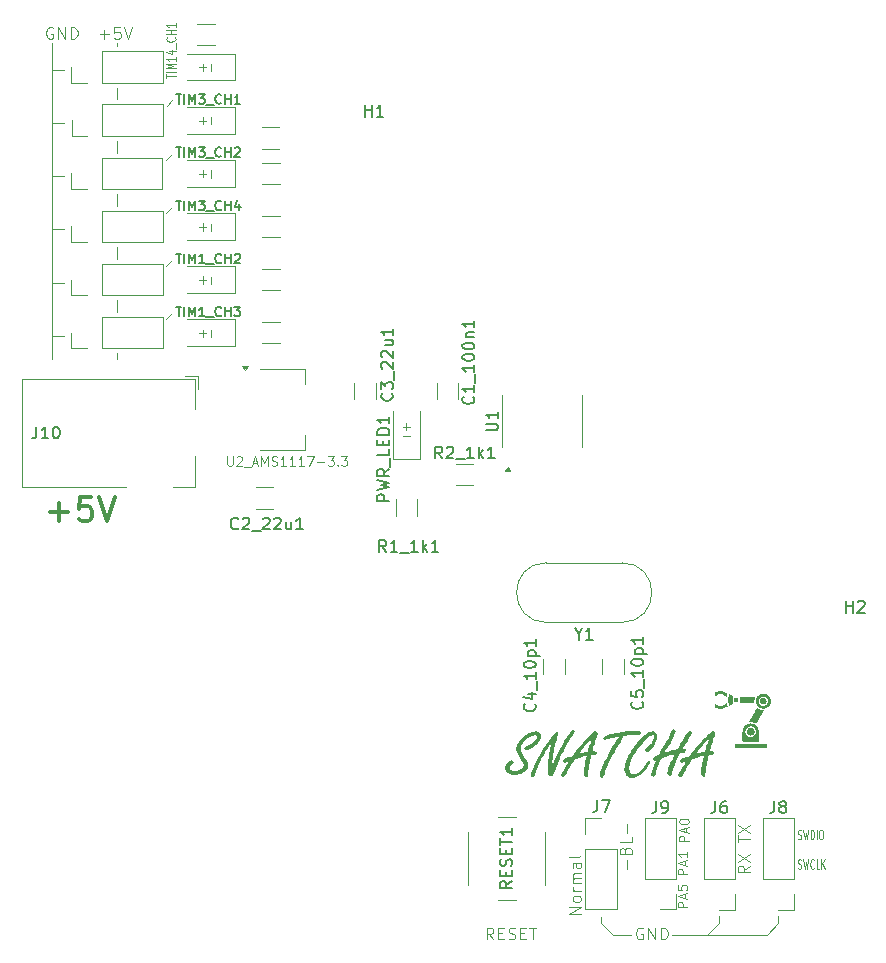
<source format=gbr>
%TF.GenerationSoftware,KiCad,Pcbnew,8.0.6*%
%TF.CreationDate,2025-01-24T14:08:04+11:00*%
%TF.ProjectId,STM32F070F6P6-Robot-Arm-2,53544d33-3246-4303-9730-463650362d52,rev?*%
%TF.SameCoordinates,Original*%
%TF.FileFunction,Legend,Top*%
%TF.FilePolarity,Positive*%
%FSLAX46Y46*%
G04 Gerber Fmt 4.6, Leading zero omitted, Abs format (unit mm)*
G04 Created by KiCad (PCBNEW 8.0.6) date 2025-01-24 14:08:04*
%MOMM*%
%LPD*%
G01*
G04 APERTURE LIST*
%ADD10C,0.100000*%
%ADD11C,0.300000*%
%ADD12C,0.500000*%
%ADD13C,0.150000*%
%ADD14C,0.120000*%
%ADD15C,0.000000*%
G04 APERTURE END LIST*
D10*
X53500000Y-50250000D02*
X54500000Y-50250000D01*
X101000000Y-123500000D02*
X100000000Y-122500000D01*
X59000000Y-65250000D02*
X59000000Y-66250000D01*
X53500000Y-54750000D02*
X54500000Y-54750000D01*
X63650000Y-70850000D02*
X63150000Y-71350000D01*
X115000000Y-122500000D02*
X115000000Y-121855000D01*
X59000000Y-51750000D02*
X59000000Y-52750000D01*
X59000000Y-56250000D02*
X59000000Y-57250000D01*
X63650000Y-57350000D02*
X63150000Y-57850000D01*
X53500000Y-63750000D02*
X54500000Y-63750000D01*
X106000000Y-123500000D02*
X113500000Y-123500000D01*
X110000000Y-121870000D02*
X110000000Y-122500000D01*
X100000000Y-122500000D02*
X100000000Y-122000000D01*
X53500000Y-59250000D02*
X54500000Y-59250000D01*
X59000000Y-48000000D02*
X59000000Y-48250000D01*
X110000000Y-122500000D02*
X109000000Y-123500000D01*
X53500000Y-68250000D02*
X54500000Y-68250000D01*
X59000000Y-69750000D02*
X59000000Y-70750000D01*
X59000000Y-74250000D02*
X59000000Y-74750000D01*
X59000000Y-60750000D02*
X59000000Y-61750000D01*
X53500000Y-48000000D02*
X53500000Y-74750000D01*
X63700000Y-52800000D02*
X63200000Y-53300000D01*
X113500000Y-123500000D02*
X114000000Y-123500000D01*
X53500000Y-72750000D02*
X54500000Y-72750000D01*
X63650000Y-61850000D02*
X63150000Y-62350000D01*
X63650000Y-66350000D02*
X63150000Y-66850000D01*
X102500000Y-123500000D02*
X101000000Y-123500000D01*
X114000000Y-123500000D02*
X115000000Y-122500000D01*
X107396895Y-115543734D02*
X106596895Y-115543734D01*
X106596895Y-115543734D02*
X106596895Y-115238972D01*
X106596895Y-115238972D02*
X106634990Y-115162782D01*
X106634990Y-115162782D02*
X106673085Y-115124687D01*
X106673085Y-115124687D02*
X106749276Y-115086591D01*
X106749276Y-115086591D02*
X106863561Y-115086591D01*
X106863561Y-115086591D02*
X106939752Y-115124687D01*
X106939752Y-115124687D02*
X106977847Y-115162782D01*
X106977847Y-115162782D02*
X107015942Y-115238972D01*
X107015942Y-115238972D02*
X107015942Y-115543734D01*
X107168323Y-114781830D02*
X107168323Y-114400877D01*
X107396895Y-114858020D02*
X106596895Y-114591353D01*
X106596895Y-114591353D02*
X107396895Y-114324687D01*
X106596895Y-113905639D02*
X106596895Y-113829449D01*
X106596895Y-113829449D02*
X106634990Y-113753258D01*
X106634990Y-113753258D02*
X106673085Y-113715163D01*
X106673085Y-113715163D02*
X106749276Y-113677068D01*
X106749276Y-113677068D02*
X106901657Y-113638973D01*
X106901657Y-113638973D02*
X107092133Y-113638973D01*
X107092133Y-113638973D02*
X107244514Y-113677068D01*
X107244514Y-113677068D02*
X107320704Y-113715163D01*
X107320704Y-113715163D02*
X107358800Y-113753258D01*
X107358800Y-113753258D02*
X107396895Y-113829449D01*
X107396895Y-113829449D02*
X107396895Y-113905639D01*
X107396895Y-113905639D02*
X107358800Y-113981830D01*
X107358800Y-113981830D02*
X107320704Y-114019925D01*
X107320704Y-114019925D02*
X107244514Y-114058020D01*
X107244514Y-114058020D02*
X107092133Y-114096116D01*
X107092133Y-114096116D02*
X106901657Y-114096116D01*
X106901657Y-114096116D02*
X106749276Y-114058020D01*
X106749276Y-114058020D02*
X106673085Y-114019925D01*
X106673085Y-114019925D02*
X106634990Y-113981830D01*
X106634990Y-113981830D02*
X106596895Y-113905639D01*
X103527693Y-122920038D02*
X103432455Y-122872419D01*
X103432455Y-122872419D02*
X103289598Y-122872419D01*
X103289598Y-122872419D02*
X103146741Y-122920038D01*
X103146741Y-122920038D02*
X103051503Y-123015276D01*
X103051503Y-123015276D02*
X103003884Y-123110514D01*
X103003884Y-123110514D02*
X102956265Y-123300990D01*
X102956265Y-123300990D02*
X102956265Y-123443847D01*
X102956265Y-123443847D02*
X103003884Y-123634323D01*
X103003884Y-123634323D02*
X103051503Y-123729561D01*
X103051503Y-123729561D02*
X103146741Y-123824800D01*
X103146741Y-123824800D02*
X103289598Y-123872419D01*
X103289598Y-123872419D02*
X103384836Y-123872419D01*
X103384836Y-123872419D02*
X103527693Y-123824800D01*
X103527693Y-123824800D02*
X103575312Y-123777180D01*
X103575312Y-123777180D02*
X103575312Y-123443847D01*
X103575312Y-123443847D02*
X103384836Y-123443847D01*
X104003884Y-123872419D02*
X104003884Y-122872419D01*
X104003884Y-122872419D02*
X104575312Y-123872419D01*
X104575312Y-123872419D02*
X104575312Y-122872419D01*
X105051503Y-123872419D02*
X105051503Y-122872419D01*
X105051503Y-122872419D02*
X105289598Y-122872419D01*
X105289598Y-122872419D02*
X105432455Y-122920038D01*
X105432455Y-122920038D02*
X105527693Y-123015276D01*
X105527693Y-123015276D02*
X105575312Y-123110514D01*
X105575312Y-123110514D02*
X105622931Y-123300990D01*
X105622931Y-123300990D02*
X105622931Y-123443847D01*
X105622931Y-123443847D02*
X105575312Y-123634323D01*
X105575312Y-123634323D02*
X105527693Y-123729561D01*
X105527693Y-123729561D02*
X105432455Y-123824800D01*
X105432455Y-123824800D02*
X105289598Y-123872419D01*
X105289598Y-123872419D02*
X105051503Y-123872419D01*
D11*
X53373558Y-87677733D02*
X54897368Y-87677733D01*
X54135463Y-88439638D02*
X54135463Y-86915828D01*
X56802129Y-86439638D02*
X55849748Y-86439638D01*
X55849748Y-86439638D02*
X55754510Y-87392019D01*
X55754510Y-87392019D02*
X55849748Y-87296780D01*
X55849748Y-87296780D02*
X56040224Y-87201542D01*
X56040224Y-87201542D02*
X56516415Y-87201542D01*
X56516415Y-87201542D02*
X56706891Y-87296780D01*
X56706891Y-87296780D02*
X56802129Y-87392019D01*
X56802129Y-87392019D02*
X56897367Y-87582495D01*
X56897367Y-87582495D02*
X56897367Y-88058685D01*
X56897367Y-88058685D02*
X56802129Y-88249161D01*
X56802129Y-88249161D02*
X56706891Y-88344400D01*
X56706891Y-88344400D02*
X56516415Y-88439638D01*
X56516415Y-88439638D02*
X56040224Y-88439638D01*
X56040224Y-88439638D02*
X55849748Y-88344400D01*
X55849748Y-88344400D02*
X55754510Y-88249161D01*
X57468796Y-86439638D02*
X58135462Y-88439638D01*
X58135462Y-88439638D02*
X58802129Y-86439638D01*
D10*
X67007866Y-49756265D02*
X67007866Y-50365789D01*
X65956265Y-50042133D02*
X66565789Y-50042133D01*
X66261027Y-50346895D02*
X66261027Y-49737371D01*
X65956265Y-59042133D02*
X66565789Y-59042133D01*
X66261027Y-59346895D02*
X66261027Y-58737371D01*
X102191466Y-117896115D02*
X102191466Y-117134211D01*
X102048609Y-116324687D02*
X102096228Y-116181830D01*
X102096228Y-116181830D02*
X102143847Y-116134211D01*
X102143847Y-116134211D02*
X102239085Y-116086592D01*
X102239085Y-116086592D02*
X102381942Y-116086592D01*
X102381942Y-116086592D02*
X102477180Y-116134211D01*
X102477180Y-116134211D02*
X102524800Y-116181830D01*
X102524800Y-116181830D02*
X102572419Y-116277068D01*
X102572419Y-116277068D02*
X102572419Y-116658020D01*
X102572419Y-116658020D02*
X101572419Y-116658020D01*
X101572419Y-116658020D02*
X101572419Y-116324687D01*
X101572419Y-116324687D02*
X101620038Y-116229449D01*
X101620038Y-116229449D02*
X101667657Y-116181830D01*
X101667657Y-116181830D02*
X101762895Y-116134211D01*
X101762895Y-116134211D02*
X101858133Y-116134211D01*
X101858133Y-116134211D02*
X101953371Y-116181830D01*
X101953371Y-116181830D02*
X102000990Y-116229449D01*
X102000990Y-116229449D02*
X102048609Y-116324687D01*
X102048609Y-116324687D02*
X102048609Y-116658020D01*
X102572419Y-115181830D02*
X102572419Y-115658020D01*
X102572419Y-115658020D02*
X101572419Y-115658020D01*
X102191466Y-114848496D02*
X102191466Y-114086592D01*
X67007866Y-67756265D02*
X67007866Y-68365789D01*
X65956265Y-72542133D02*
X66565789Y-72542133D01*
X66261027Y-72846895D02*
X66261027Y-72237371D01*
X116661027Y-115358800D02*
X116732455Y-115396895D01*
X116732455Y-115396895D02*
X116851503Y-115396895D01*
X116851503Y-115396895D02*
X116899122Y-115358800D01*
X116899122Y-115358800D02*
X116922931Y-115320704D01*
X116922931Y-115320704D02*
X116946741Y-115244514D01*
X116946741Y-115244514D02*
X116946741Y-115168323D01*
X116946741Y-115168323D02*
X116922931Y-115092133D01*
X116922931Y-115092133D02*
X116899122Y-115054038D01*
X116899122Y-115054038D02*
X116851503Y-115015942D01*
X116851503Y-115015942D02*
X116756265Y-114977847D01*
X116756265Y-114977847D02*
X116708646Y-114939752D01*
X116708646Y-114939752D02*
X116684836Y-114901657D01*
X116684836Y-114901657D02*
X116661027Y-114825466D01*
X116661027Y-114825466D02*
X116661027Y-114749276D01*
X116661027Y-114749276D02*
X116684836Y-114673085D01*
X116684836Y-114673085D02*
X116708646Y-114634990D01*
X116708646Y-114634990D02*
X116756265Y-114596895D01*
X116756265Y-114596895D02*
X116875312Y-114596895D01*
X116875312Y-114596895D02*
X116946741Y-114634990D01*
X117113407Y-114596895D02*
X117232455Y-115396895D01*
X117232455Y-115396895D02*
X117327693Y-114825466D01*
X117327693Y-114825466D02*
X117422931Y-115396895D01*
X117422931Y-115396895D02*
X117541979Y-114596895D01*
X117732455Y-115396895D02*
X117732455Y-114596895D01*
X117732455Y-114596895D02*
X117851503Y-114596895D01*
X117851503Y-114596895D02*
X117922931Y-114634990D01*
X117922931Y-114634990D02*
X117970550Y-114711180D01*
X117970550Y-114711180D02*
X117994360Y-114787371D01*
X117994360Y-114787371D02*
X118018169Y-114939752D01*
X118018169Y-114939752D02*
X118018169Y-115054038D01*
X118018169Y-115054038D02*
X117994360Y-115206419D01*
X117994360Y-115206419D02*
X117970550Y-115282609D01*
X117970550Y-115282609D02*
X117922931Y-115358800D01*
X117922931Y-115358800D02*
X117851503Y-115396895D01*
X117851503Y-115396895D02*
X117732455Y-115396895D01*
X118232455Y-115396895D02*
X118232455Y-114596895D01*
X118565788Y-114596895D02*
X118661026Y-114596895D01*
X118661026Y-114596895D02*
X118708645Y-114634990D01*
X118708645Y-114634990D02*
X118756264Y-114711180D01*
X118756264Y-114711180D02*
X118780074Y-114863561D01*
X118780074Y-114863561D02*
X118780074Y-115130228D01*
X118780074Y-115130228D02*
X118756264Y-115282609D01*
X118756264Y-115282609D02*
X118708645Y-115358800D01*
X118708645Y-115358800D02*
X118661026Y-115396895D01*
X118661026Y-115396895D02*
X118565788Y-115396895D01*
X118565788Y-115396895D02*
X118518169Y-115358800D01*
X118518169Y-115358800D02*
X118470550Y-115282609D01*
X118470550Y-115282609D02*
X118446741Y-115130228D01*
X118446741Y-115130228D02*
X118446741Y-114863561D01*
X118446741Y-114863561D02*
X118470550Y-114711180D01*
X118470550Y-114711180D02*
X118518169Y-114634990D01*
X118518169Y-114634990D02*
X118565788Y-114596895D01*
X67007866Y-72256265D02*
X67007866Y-72865789D01*
X116661027Y-117858800D02*
X116732455Y-117896895D01*
X116732455Y-117896895D02*
X116851503Y-117896895D01*
X116851503Y-117896895D02*
X116899122Y-117858800D01*
X116899122Y-117858800D02*
X116922931Y-117820704D01*
X116922931Y-117820704D02*
X116946741Y-117744514D01*
X116946741Y-117744514D02*
X116946741Y-117668323D01*
X116946741Y-117668323D02*
X116922931Y-117592133D01*
X116922931Y-117592133D02*
X116899122Y-117554038D01*
X116899122Y-117554038D02*
X116851503Y-117515942D01*
X116851503Y-117515942D02*
X116756265Y-117477847D01*
X116756265Y-117477847D02*
X116708646Y-117439752D01*
X116708646Y-117439752D02*
X116684836Y-117401657D01*
X116684836Y-117401657D02*
X116661027Y-117325466D01*
X116661027Y-117325466D02*
X116661027Y-117249276D01*
X116661027Y-117249276D02*
X116684836Y-117173085D01*
X116684836Y-117173085D02*
X116708646Y-117134990D01*
X116708646Y-117134990D02*
X116756265Y-117096895D01*
X116756265Y-117096895D02*
X116875312Y-117096895D01*
X116875312Y-117096895D02*
X116946741Y-117134990D01*
X117113407Y-117096895D02*
X117232455Y-117896895D01*
X117232455Y-117896895D02*
X117327693Y-117325466D01*
X117327693Y-117325466D02*
X117422931Y-117896895D01*
X117422931Y-117896895D02*
X117541979Y-117096895D01*
X118018169Y-117820704D02*
X117994360Y-117858800D01*
X117994360Y-117858800D02*
X117922931Y-117896895D01*
X117922931Y-117896895D02*
X117875312Y-117896895D01*
X117875312Y-117896895D02*
X117803884Y-117858800D01*
X117803884Y-117858800D02*
X117756265Y-117782609D01*
X117756265Y-117782609D02*
X117732455Y-117706419D01*
X117732455Y-117706419D02*
X117708646Y-117554038D01*
X117708646Y-117554038D02*
X117708646Y-117439752D01*
X117708646Y-117439752D02*
X117732455Y-117287371D01*
X117732455Y-117287371D02*
X117756265Y-117211180D01*
X117756265Y-117211180D02*
X117803884Y-117134990D01*
X117803884Y-117134990D02*
X117875312Y-117096895D01*
X117875312Y-117096895D02*
X117922931Y-117096895D01*
X117922931Y-117096895D02*
X117994360Y-117134990D01*
X117994360Y-117134990D02*
X118018169Y-117173085D01*
X118470550Y-117896895D02*
X118232455Y-117896895D01*
X118232455Y-117896895D02*
X118232455Y-117096895D01*
X118637217Y-117896895D02*
X118637217Y-117096895D01*
X118922931Y-117896895D02*
X118708646Y-117439752D01*
X118922931Y-117096895D02*
X118637217Y-117554038D01*
X111572419Y-115638972D02*
X111572419Y-115067544D01*
X112572419Y-115353258D02*
X111572419Y-115353258D01*
X111572419Y-114829448D02*
X112572419Y-114162782D01*
X111572419Y-114162782D02*
X112572419Y-114829448D01*
X65956265Y-68042133D02*
X66565789Y-68042133D01*
X66261027Y-68346895D02*
X66261027Y-67737371D01*
X67007866Y-63256265D02*
X67007866Y-63865789D01*
X67007866Y-54256265D02*
X67007866Y-54865789D01*
X90875312Y-123872419D02*
X90541979Y-123396228D01*
X90303884Y-123872419D02*
X90303884Y-122872419D01*
X90303884Y-122872419D02*
X90684836Y-122872419D01*
X90684836Y-122872419D02*
X90780074Y-122920038D01*
X90780074Y-122920038D02*
X90827693Y-122967657D01*
X90827693Y-122967657D02*
X90875312Y-123062895D01*
X90875312Y-123062895D02*
X90875312Y-123205752D01*
X90875312Y-123205752D02*
X90827693Y-123300990D01*
X90827693Y-123300990D02*
X90780074Y-123348609D01*
X90780074Y-123348609D02*
X90684836Y-123396228D01*
X90684836Y-123396228D02*
X90303884Y-123396228D01*
X91303884Y-123348609D02*
X91637217Y-123348609D01*
X91780074Y-123872419D02*
X91303884Y-123872419D01*
X91303884Y-123872419D02*
X91303884Y-122872419D01*
X91303884Y-122872419D02*
X91780074Y-122872419D01*
X92161027Y-123824800D02*
X92303884Y-123872419D01*
X92303884Y-123872419D02*
X92541979Y-123872419D01*
X92541979Y-123872419D02*
X92637217Y-123824800D01*
X92637217Y-123824800D02*
X92684836Y-123777180D01*
X92684836Y-123777180D02*
X92732455Y-123681942D01*
X92732455Y-123681942D02*
X92732455Y-123586704D01*
X92732455Y-123586704D02*
X92684836Y-123491466D01*
X92684836Y-123491466D02*
X92637217Y-123443847D01*
X92637217Y-123443847D02*
X92541979Y-123396228D01*
X92541979Y-123396228D02*
X92351503Y-123348609D01*
X92351503Y-123348609D02*
X92256265Y-123300990D01*
X92256265Y-123300990D02*
X92208646Y-123253371D01*
X92208646Y-123253371D02*
X92161027Y-123158133D01*
X92161027Y-123158133D02*
X92161027Y-123062895D01*
X92161027Y-123062895D02*
X92208646Y-122967657D01*
X92208646Y-122967657D02*
X92256265Y-122920038D01*
X92256265Y-122920038D02*
X92351503Y-122872419D01*
X92351503Y-122872419D02*
X92589598Y-122872419D01*
X92589598Y-122872419D02*
X92732455Y-122920038D01*
X93161027Y-123348609D02*
X93494360Y-123348609D01*
X93637217Y-123872419D02*
X93161027Y-123872419D01*
X93161027Y-123872419D02*
X93161027Y-122872419D01*
X93161027Y-122872419D02*
X93637217Y-122872419D01*
X93922932Y-122872419D02*
X94494360Y-122872419D01*
X94208646Y-123872419D02*
X94208646Y-122872419D01*
X67007866Y-58756265D02*
X67007866Y-59365789D01*
X83793734Y-81207866D02*
X83184211Y-81207866D01*
X112572419Y-117624687D02*
X112096228Y-117958020D01*
X112572419Y-118196115D02*
X111572419Y-118196115D01*
X111572419Y-118196115D02*
X111572419Y-117815163D01*
X111572419Y-117815163D02*
X111620038Y-117719925D01*
X111620038Y-117719925D02*
X111667657Y-117672306D01*
X111667657Y-117672306D02*
X111762895Y-117624687D01*
X111762895Y-117624687D02*
X111905752Y-117624687D01*
X111905752Y-117624687D02*
X112000990Y-117672306D01*
X112000990Y-117672306D02*
X112048609Y-117719925D01*
X112048609Y-117719925D02*
X112096228Y-117815163D01*
X112096228Y-117815163D02*
X112096228Y-118196115D01*
X111572419Y-117291353D02*
X112572419Y-116624687D01*
X111572419Y-116624687D02*
X112572419Y-117291353D01*
D12*
G36*
X92448429Y-108712009D02*
G01*
X92621872Y-108812622D01*
X92628192Y-108864417D01*
X92499010Y-109020078D01*
X92470900Y-109030502D01*
X92302430Y-109147459D01*
X92254989Y-109306985D01*
X92313634Y-109493583D01*
X92379064Y-109556113D01*
X92569053Y-109626288D01*
X92660432Y-109632316D01*
X92871664Y-109612472D01*
X93065723Y-109552937D01*
X93242608Y-109453714D01*
X93275924Y-109429106D01*
X93403900Y-109268020D01*
X93434193Y-109114521D01*
X93395679Y-108919350D01*
X93387299Y-108901542D01*
X93285502Y-108726716D01*
X93230006Y-108642644D01*
X93123054Y-108478463D01*
X93019808Y-108310943D01*
X92951570Y-108193237D01*
X92867440Y-108006399D01*
X92824805Y-107808074D01*
X92821632Y-107737969D01*
X92846456Y-107511761D01*
X92907250Y-107323152D01*
X93004520Y-107139420D01*
X93138266Y-106960566D01*
X93277584Y-106815246D01*
X93340404Y-106758066D01*
X93498605Y-106632658D01*
X93665461Y-106521315D01*
X93840972Y-106424037D01*
X93942219Y-106376071D01*
X94128879Y-106307655D01*
X94327769Y-106265409D01*
X94473691Y-106255903D01*
X94668780Y-106290250D01*
X94766782Y-106343831D01*
X94892405Y-106498747D01*
X94917236Y-106638876D01*
X94881102Y-106841195D01*
X94785542Y-107033536D01*
X94666092Y-107193179D01*
X94611444Y-107254368D01*
X94463433Y-107398899D01*
X94303698Y-107529630D01*
X94132240Y-107646561D01*
X93949057Y-107749692D01*
X93760357Y-107827900D01*
X93652058Y-107846413D01*
X93517236Y-107783886D01*
X93475226Y-107683258D01*
X93598660Y-107522187D01*
X93677459Y-107488841D01*
X93874571Y-107406924D01*
X94056799Y-107306499D01*
X94224144Y-107187564D01*
X94255826Y-107161556D01*
X94409785Y-107018425D01*
X94529531Y-106859229D01*
X94574319Y-106705310D01*
X94521563Y-106600774D01*
X94416050Y-106568534D01*
X94209665Y-106603949D01*
X94022498Y-106676993D01*
X93953942Y-106710195D01*
X93775523Y-106812288D01*
X93617376Y-106928060D01*
X93463692Y-107074651D01*
X93361898Y-107200635D01*
X93255659Y-107374880D01*
X93190057Y-107561016D01*
X93175296Y-107697913D01*
X93206208Y-107899150D01*
X93272993Y-108060369D01*
X93375775Y-108235959D01*
X93488904Y-108410125D01*
X93599600Y-108582016D01*
X93699221Y-108752589D01*
X93704815Y-108762812D01*
X93780549Y-108943375D01*
X93810327Y-109135038D01*
X93772737Y-109339000D01*
X93674626Y-109509024D01*
X93536293Y-109649388D01*
X93425401Y-109731967D01*
X93236778Y-109834921D01*
X93034708Y-109904182D01*
X92819191Y-109939747D01*
X92693649Y-109944947D01*
X92478948Y-109927791D01*
X92273021Y-109868486D01*
X92101440Y-109766820D01*
X92056664Y-109728060D01*
X91935115Y-109566947D01*
X91880418Y-109370670D01*
X91878855Y-109328478D01*
X91911019Y-109123448D01*
X92007510Y-108949459D01*
X92046894Y-108905450D01*
X92203225Y-108787530D01*
X92285275Y-108750111D01*
X92448429Y-108712009D01*
G37*
G36*
X95860990Y-109244459D02*
G01*
X95931378Y-109045088D01*
X96011383Y-108838985D01*
X96101005Y-108626150D01*
X96183036Y-108443646D01*
X96271746Y-108256466D01*
X96347522Y-108103356D01*
X96445651Y-107913751D01*
X96555388Y-107706904D01*
X96655704Y-107521361D01*
X96764082Y-107323844D01*
X96880522Y-107114353D01*
X96979479Y-106938139D01*
X97005024Y-106892889D01*
X97112746Y-106705505D01*
X97219930Y-106525352D01*
X97328474Y-106354589D01*
X97410467Y-106245157D01*
X97574232Y-106137995D01*
X97631263Y-106130851D01*
X97750453Y-106239295D01*
X97708443Y-106362393D01*
X97601358Y-106536721D01*
X97490732Y-106714587D01*
X97478855Y-106733642D01*
X97363167Y-106924020D01*
X97253507Y-107107906D01*
X97149874Y-107285301D01*
X97052270Y-107456204D01*
X96931507Y-107673977D01*
X96821460Y-107880210D01*
X96722130Y-108074902D01*
X96633515Y-108258053D01*
X96555617Y-108429665D01*
X96475279Y-108614998D01*
X96398519Y-108799139D01*
X96325337Y-108982087D01*
X96242241Y-109200051D01*
X96164297Y-109416298D01*
X96103279Y-109595191D01*
X96029030Y-109779839D01*
X95946964Y-109909776D01*
X95797522Y-110039332D01*
X95678297Y-110070000D01*
X95520928Y-109946168D01*
X95504396Y-109882421D01*
X95490099Y-109680772D01*
X95489741Y-109624501D01*
X95492890Y-109414891D01*
X95502335Y-109198220D01*
X95518077Y-108974490D01*
X95540116Y-108743700D01*
X95568452Y-108505849D01*
X95595655Y-108310485D01*
X95618702Y-108160997D01*
X95654503Y-107950772D01*
X95695261Y-107724634D01*
X95733615Y-107527003D01*
X95775322Y-107332465D01*
X95818981Y-107157648D01*
X95693967Y-107324014D01*
X95579799Y-107500098D01*
X95465821Y-107686663D01*
X95362308Y-107861983D01*
X95247834Y-108060476D01*
X95122400Y-108282142D01*
X95022123Y-108465232D01*
X94928410Y-108645209D01*
X94841261Y-108822071D01*
X94741556Y-109038770D01*
X94652107Y-109250603D01*
X94572914Y-109457570D01*
X94503977Y-109659672D01*
X94437058Y-109856047D01*
X94377948Y-109994773D01*
X94228838Y-110123916D01*
X94166922Y-110132526D01*
X94063363Y-110083677D01*
X94028192Y-109996727D01*
X94073377Y-109800600D01*
X94138507Y-109614930D01*
X94208932Y-109433014D01*
X94288754Y-109242242D01*
X94383508Y-109035681D01*
X94470062Y-108859063D01*
X94566171Y-108672339D01*
X94671837Y-108475510D01*
X94787058Y-108268575D01*
X94911836Y-108051535D01*
X94977808Y-107939225D01*
X95080600Y-107767806D01*
X95189307Y-107593049D01*
X95303930Y-107414952D01*
X95424467Y-107233516D01*
X95550920Y-107048740D01*
X95683288Y-106860626D01*
X95737892Y-106784445D01*
X95859479Y-106620783D01*
X95986734Y-106468214D01*
X96054431Y-106402449D01*
X96232337Y-106319168D01*
X96249825Y-106318429D01*
X96332868Y-106346762D01*
X96382693Y-106445436D01*
X96353384Y-106580258D01*
X96278972Y-106788209D01*
X96220027Y-106978374D01*
X96160148Y-107193408D01*
X96108078Y-107397519D01*
X96081786Y-107506427D01*
X96029808Y-107740793D01*
X95984760Y-107966153D01*
X95946643Y-108182506D01*
X95915457Y-108389853D01*
X95891200Y-108588193D01*
X95870626Y-108823454D01*
X95860880Y-109044641D01*
X95860013Y-109129176D01*
X95860990Y-109244459D01*
G37*
G36*
X99679972Y-106309637D02*
G01*
X99731751Y-106445436D01*
X99683451Y-106645553D01*
X99652616Y-106726803D01*
X99579432Y-106919952D01*
X99508257Y-107120210D01*
X99439092Y-107327578D01*
X99401535Y-107445854D01*
X99343642Y-107638787D01*
X99290631Y-107831120D01*
X99268667Y-107925547D01*
X99294068Y-107922616D01*
X99428890Y-107919685D01*
X99607493Y-108004316D01*
X99619399Y-108070139D01*
X99578367Y-108190307D01*
X99484577Y-108262602D01*
X99384926Y-108269441D01*
X99187154Y-108280674D01*
X99175854Y-108283119D01*
X99124629Y-108476559D01*
X99082054Y-108676594D01*
X99039384Y-108895680D01*
X98999470Y-109111835D01*
X98973621Y-109256182D01*
X98944830Y-109468212D01*
X98920971Y-109662446D01*
X98903271Y-109857627D01*
X98902302Y-109904891D01*
X98849606Y-110096589D01*
X98752826Y-110134480D01*
X98582821Y-110029040D01*
X98578925Y-110022128D01*
X98536915Y-109827711D01*
X98545403Y-109620165D01*
X98566754Y-109411415D01*
X98595399Y-109212319D01*
X98633592Y-108994607D01*
X98672714Y-108798960D01*
X98714536Y-108598225D01*
X98752737Y-108405190D01*
X98765526Y-108334898D01*
X98555577Y-108379446D01*
X98357305Y-108427359D01*
X98140747Y-108487513D01*
X97940085Y-108552248D01*
X97780739Y-108611381D01*
X97670029Y-108777389D01*
X97554177Y-108958263D01*
X97450782Y-109125131D01*
X97343609Y-109302920D01*
X97232658Y-109491632D01*
X97087090Y-109747599D01*
X96982725Y-109922102D01*
X96967899Y-109945924D01*
X96833801Y-110092384D01*
X96757850Y-110112009D01*
X96647452Y-110061207D01*
X96602512Y-109959602D01*
X96668972Y-109774645D01*
X96763330Y-109594688D01*
X96812561Y-109507264D01*
X96913769Y-109337912D01*
X97022877Y-109161943D01*
X97140325Y-108976488D01*
X97154501Y-108954298D01*
X97254152Y-108797006D01*
X97064375Y-108866676D01*
X97031402Y-108881025D01*
X96908304Y-108914242D01*
X96796929Y-108850739D01*
X96770551Y-108761835D01*
X96850662Y-108603565D01*
X97029437Y-108521546D01*
X97225069Y-108454619D01*
X97242428Y-108449204D01*
X97433734Y-108383792D01*
X97559944Y-108332944D01*
X97679573Y-108174915D01*
X97683353Y-108169790D01*
X98084577Y-108169790D01*
X98283277Y-108112517D01*
X98447034Y-108064277D01*
X98638822Y-108016856D01*
X98838032Y-107972709D01*
X98857362Y-107968534D01*
X98913003Y-107780162D01*
X98971260Y-107581558D01*
X98977529Y-107560160D01*
X99044548Y-107363491D01*
X99105512Y-107198681D01*
X99175974Y-107005976D01*
X99235450Y-106842086D01*
X99080966Y-106972680D01*
X98956036Y-107099030D01*
X98801369Y-107267710D01*
X98659769Y-107426437D01*
X98531236Y-107575211D01*
X98388946Y-107747183D01*
X98267073Y-107903604D01*
X98147775Y-108070780D01*
X98084577Y-108169790D01*
X97683353Y-108169790D01*
X97798126Y-108014192D01*
X97855966Y-107935317D01*
X97989231Y-107767476D01*
X98116964Y-107615387D01*
X98255771Y-107453247D01*
X98392117Y-107295725D01*
X98451919Y-107227013D01*
X98584932Y-107074101D01*
X98719456Y-106925312D01*
X98855492Y-106780644D01*
X98993039Y-106640097D01*
X99155420Y-106481336D01*
X99178785Y-106459113D01*
X99334307Y-106326352D01*
X99516069Y-106242100D01*
X99532449Y-106241249D01*
X99679972Y-106309637D01*
G37*
G36*
X101471737Y-106724849D02*
G01*
X101262099Y-106761942D01*
X101053769Y-106804831D01*
X100846748Y-106853518D01*
X100641037Y-106908001D01*
X100524075Y-106941737D01*
X100359944Y-106979839D01*
X100228053Y-106912428D01*
X100193859Y-106821570D01*
X100310733Y-106660808D01*
X100385345Y-106632037D01*
X100593568Y-106566147D01*
X100784398Y-106511604D01*
X100986631Y-106458848D01*
X101200267Y-106407878D01*
X101425306Y-106358693D01*
X101463921Y-106350669D01*
X101657392Y-106313804D01*
X101896569Y-106274635D01*
X102132788Y-106243145D01*
X102366049Y-106219336D01*
X102596353Y-106203208D01*
X102823700Y-106194759D01*
X102958688Y-106193377D01*
X103155909Y-106200461D01*
X103293789Y-106225617D01*
X103391486Y-106360439D01*
X103268937Y-106522739D01*
X103173621Y-106544110D01*
X102965771Y-106558520D01*
X102755065Y-106566443D01*
X102674389Y-106568534D01*
X102444598Y-106577842D01*
X102249086Y-106588180D01*
X102041724Y-106603568D01*
X101844940Y-106630083D01*
X101866434Y-106715080D01*
X101795374Y-106897697D01*
X101773621Y-106932944D01*
X101644157Y-107126675D01*
X101516128Y-107326847D01*
X101389534Y-107533461D01*
X101264375Y-107746517D01*
X101140651Y-107966015D01*
X101018361Y-108191955D01*
X100927586Y-108365638D01*
X100837618Y-108542944D01*
X100778087Y-108663161D01*
X100690771Y-108843992D01*
X100590211Y-109062732D01*
X100499193Y-109273363D01*
X100417715Y-109475884D01*
X100345778Y-109670296D01*
X100283381Y-109856598D01*
X100250523Y-109964487D01*
X100160844Y-110138515D01*
X100088346Y-110161835D01*
X99918353Y-110060230D01*
X99875366Y-109921500D01*
X99913619Y-109717979D01*
X99981626Y-109518585D01*
X100064272Y-109313488D01*
X100147391Y-109123925D01*
X100245623Y-108911708D01*
X100358967Y-108676838D01*
X100454298Y-108484736D01*
X100547339Y-108302269D01*
X100655966Y-108096029D01*
X100761296Y-107903665D01*
X100863328Y-107725177D01*
X100929518Y-107613893D01*
X101036135Y-107436909D01*
X101140166Y-107266580D01*
X101251735Y-107084863D01*
X101360505Y-106908245D01*
X101432658Y-106791284D01*
X101471737Y-106724849D01*
G37*
G36*
X104351849Y-106255903D02*
G01*
X104547316Y-106301962D01*
X104659595Y-106401472D01*
X104738768Y-106589112D01*
X104745568Y-106676001D01*
X104723980Y-106875413D01*
X104666889Y-107071723D01*
X104584998Y-107260638D01*
X104562875Y-107304193D01*
X104456324Y-107486345D01*
X104334508Y-107656666D01*
X104197426Y-107815157D01*
X104168178Y-107845436D01*
X104011711Y-107971216D01*
X103903419Y-108006636D01*
X103773482Y-107938248D01*
X103729518Y-107823942D01*
X103822888Y-107651333D01*
X103910258Y-107577745D01*
X104070588Y-107444114D01*
X104204265Y-107301140D01*
X104278576Y-107200635D01*
X104384707Y-107025066D01*
X104460178Y-106839319D01*
X104479832Y-106705310D01*
X104451500Y-106600774D01*
X104362595Y-106568534D01*
X104163831Y-106636540D01*
X103986328Y-106757441D01*
X103953244Y-106783468D01*
X103794609Y-106918290D01*
X103651996Y-107054692D01*
X103505830Y-107208298D01*
X103356111Y-107379107D01*
X103290858Y-107457578D01*
X103157097Y-107626897D01*
X103033640Y-107795358D01*
X102920486Y-107962960D01*
X102817637Y-108129704D01*
X102707820Y-108328662D01*
X102612840Y-108526385D01*
X102531827Y-108724382D01*
X102467576Y-108910976D01*
X102413801Y-109114256D01*
X102380279Y-109327572D01*
X102374459Y-109450600D01*
X102413767Y-109648589D01*
X102475087Y-109747599D01*
X102637615Y-109866490D01*
X102738869Y-109882421D01*
X102931821Y-109838343D01*
X103108164Y-109739608D01*
X103278493Y-109606932D01*
X103436396Y-109458829D01*
X103463782Y-109431060D01*
X103601226Y-109273524D01*
X103729728Y-109107927D01*
X103788136Y-109028548D01*
X103904949Y-108862972D01*
X103948360Y-108790167D01*
X104071458Y-108694424D01*
X104163293Y-108782351D01*
X104094385Y-108972546D01*
X103986889Y-109150547D01*
X103868980Y-109322118D01*
X103849685Y-109348995D01*
X103717367Y-109520575D01*
X103578332Y-109675792D01*
X103432580Y-109814644D01*
X103280111Y-109937131D01*
X103104684Y-110049972D01*
X102913021Y-110138380D01*
X102707132Y-110188755D01*
X102606978Y-110195052D01*
X102410172Y-110165285D01*
X102228506Y-110063779D01*
X102095012Y-109908990D01*
X102083321Y-109890237D01*
X102003179Y-109710692D01*
X101967916Y-109510577D01*
X101966085Y-109449623D01*
X101979895Y-109252702D01*
X102021325Y-109040516D01*
X102090377Y-108813065D01*
X102165504Y-108620113D01*
X102258309Y-108417391D01*
X102368791Y-108204900D01*
X102496949Y-107982639D01*
X102531751Y-107925547D01*
X102652529Y-107735603D01*
X102775017Y-107555092D01*
X102899214Y-107384015D01*
X103025122Y-107222372D01*
X103152739Y-107070163D01*
X103314664Y-106893168D01*
X103479261Y-106730914D01*
X103545847Y-106670139D01*
X103716470Y-106529364D01*
X103878094Y-106417714D01*
X104055282Y-106324268D01*
X104242784Y-106266016D01*
X104351849Y-106255903D01*
G37*
G36*
X106236427Y-108172721D02*
G01*
X106044887Y-108215826D01*
X105846890Y-108268205D01*
X105642436Y-108329857D01*
X105431524Y-108400783D01*
X105214156Y-108480982D01*
X105140265Y-108509776D01*
X105102163Y-108588911D01*
X105011503Y-108768170D01*
X104909040Y-108988766D01*
X104818646Y-109205498D01*
X104740322Y-109418366D01*
X104674066Y-109627370D01*
X104619880Y-109832511D01*
X104593161Y-109953740D01*
X104488260Y-110123970D01*
X104438799Y-110132526D01*
X104288346Y-110049483D01*
X104237543Y-109912707D01*
X104273882Y-109712756D01*
X104307885Y-109588353D01*
X104365050Y-109399902D01*
X104433014Y-109207303D01*
X104451500Y-109160439D01*
X104532253Y-108972296D01*
X104616358Y-108781301D01*
X104625401Y-108760858D01*
X104677180Y-108654368D01*
X104578506Y-108701263D01*
X104485694Y-108722756D01*
X104369434Y-108563510D01*
X104455408Y-108409148D01*
X104639048Y-108328376D01*
X104656664Y-108322198D01*
X104843042Y-108251620D01*
X104879413Y-108237201D01*
X104974274Y-108060713D01*
X105072162Y-107872585D01*
X105081646Y-107854228D01*
X105181557Y-107682533D01*
X105267271Y-107541598D01*
X105374005Y-107361987D01*
X105493684Y-107156451D01*
X105598098Y-106972000D01*
X105703244Y-106778491D01*
X105798133Y-106591106D01*
X105847592Y-106482561D01*
X105928467Y-106299974D01*
X106005861Y-106151367D01*
X106162177Y-106068325D01*
X106319897Y-106186508D01*
X106322400Y-106222686D01*
X106273002Y-106428094D01*
X106191958Y-106617249D01*
X106099337Y-106802232D01*
X105982016Y-107017136D01*
X105877817Y-107197948D01*
X105759725Y-107395590D01*
X105627739Y-107610062D01*
X105532030Y-107762393D01*
X105427494Y-107939469D01*
X105367899Y-108060369D01*
X105445080Y-108038876D01*
X105651057Y-107979639D01*
X105849134Y-107923563D01*
X106039311Y-107870646D01*
X106251200Y-107812904D01*
X106452337Y-107759462D01*
X106552768Y-107578083D01*
X106660497Y-107389930D01*
X106775525Y-107195004D01*
X106897851Y-106993303D01*
X107000968Y-106827065D01*
X107108755Y-106656492D01*
X107221214Y-106481584D01*
X107313049Y-106328199D01*
X107458160Y-106195484D01*
X107481088Y-106193377D01*
X107610048Y-106258834D01*
X107650104Y-106374117D01*
X107597462Y-106563821D01*
X107538729Y-106676001D01*
X107430517Y-106849849D01*
X107313049Y-107032595D01*
X107191553Y-107223895D01*
X107075160Y-107410179D01*
X106965629Y-107591297D01*
X106896859Y-107715498D01*
X106965247Y-107712568D01*
X107158873Y-107750618D01*
X107213398Y-107847390D01*
X107134263Y-107995889D01*
X106997487Y-108051577D01*
X106890997Y-108051577D01*
X106713189Y-108072093D01*
X106609138Y-108261372D01*
X106512043Y-108446357D01*
X106421903Y-108627049D01*
X106312536Y-108861293D01*
X106215533Y-109087905D01*
X106130896Y-109306884D01*
X106058623Y-109518230D01*
X105998714Y-109721944D01*
X105961898Y-109869720D01*
X105867049Y-110046334D01*
X105793859Y-110070000D01*
X105632658Y-109966441D01*
X105586741Y-109814033D01*
X105627346Y-109610701D01*
X105693964Y-109413542D01*
X105770099Y-109217002D01*
X105866537Y-108985964D01*
X105952189Y-108790045D01*
X106049261Y-108574720D01*
X106157754Y-108339989D01*
X106236427Y-108172721D01*
G37*
G36*
X109606001Y-106309637D02*
G01*
X109657780Y-106445436D01*
X109609480Y-106645553D01*
X109578646Y-106726803D01*
X109505462Y-106919952D01*
X109434287Y-107120210D01*
X109365121Y-107327578D01*
X109327564Y-107445854D01*
X109269671Y-107638787D01*
X109216661Y-107831120D01*
X109194696Y-107925547D01*
X109220097Y-107922616D01*
X109354919Y-107919685D01*
X109533522Y-108004316D01*
X109545429Y-108070139D01*
X109504396Y-108190307D01*
X109410607Y-108262602D01*
X109310956Y-108269441D01*
X109113184Y-108280674D01*
X109101884Y-108283119D01*
X109050658Y-108476559D01*
X109008083Y-108676594D01*
X108965413Y-108895680D01*
X108925499Y-109111835D01*
X108899651Y-109256182D01*
X108870860Y-109468212D01*
X108847000Y-109662446D01*
X108829300Y-109857627D01*
X108828332Y-109904891D01*
X108775635Y-110096589D01*
X108678855Y-110134480D01*
X108508851Y-110029040D01*
X108504954Y-110022128D01*
X108462944Y-109827711D01*
X108471432Y-109620165D01*
X108492783Y-109411415D01*
X108521428Y-109212319D01*
X108559622Y-108994607D01*
X108598743Y-108798960D01*
X108640565Y-108598225D01*
X108678766Y-108405190D01*
X108691556Y-108334898D01*
X108481606Y-108379446D01*
X108283334Y-108427359D01*
X108066777Y-108487513D01*
X107866114Y-108552248D01*
X107706769Y-108611381D01*
X107596059Y-108777389D01*
X107480207Y-108958263D01*
X107376812Y-109125131D01*
X107269639Y-109302920D01*
X107158688Y-109491632D01*
X107013119Y-109747599D01*
X106908755Y-109922102D01*
X106893928Y-109945924D01*
X106759830Y-110092384D01*
X106683879Y-110112009D01*
X106573482Y-110061207D01*
X106528541Y-109959602D01*
X106595002Y-109774645D01*
X106689360Y-109594688D01*
X106738590Y-109507264D01*
X106839798Y-109337912D01*
X106948906Y-109161943D01*
X107066354Y-108976488D01*
X107080530Y-108954298D01*
X107180181Y-108797006D01*
X106990404Y-108866676D01*
X106957431Y-108881025D01*
X106834333Y-108914242D01*
X106722958Y-108850739D01*
X106696580Y-108761835D01*
X106776692Y-108603565D01*
X106955466Y-108521546D01*
X107151098Y-108454619D01*
X107168457Y-108449204D01*
X107359763Y-108383792D01*
X107485973Y-108332944D01*
X107605602Y-108174915D01*
X107609382Y-108169790D01*
X108010607Y-108169790D01*
X108209307Y-108112517D01*
X108373063Y-108064277D01*
X108564851Y-108016856D01*
X108764061Y-107972709D01*
X108783391Y-107968534D01*
X108839033Y-107780162D01*
X108897289Y-107581558D01*
X108903558Y-107560160D01*
X108970577Y-107363491D01*
X109031542Y-107198681D01*
X109102003Y-107005976D01*
X109161479Y-106842086D01*
X109006995Y-106972680D01*
X108882065Y-107099030D01*
X108727398Y-107267710D01*
X108585799Y-107426437D01*
X108457266Y-107575211D01*
X108314975Y-107747183D01*
X108193102Y-107903604D01*
X108073804Y-108070780D01*
X108010607Y-108169790D01*
X107609382Y-108169790D01*
X107724156Y-108014192D01*
X107781995Y-107935317D01*
X107915260Y-107767476D01*
X108042994Y-107615387D01*
X108181800Y-107453247D01*
X108318147Y-107295725D01*
X108377948Y-107227013D01*
X108510961Y-107074101D01*
X108645485Y-106925312D01*
X108781521Y-106780644D01*
X108919068Y-106640097D01*
X109081449Y-106481336D01*
X109104815Y-106459113D01*
X109260336Y-106326352D01*
X109442099Y-106242100D01*
X109458478Y-106241249D01*
X109606001Y-106309637D01*
G37*
D10*
X107296895Y-118343734D02*
X106496895Y-118343734D01*
X106496895Y-118343734D02*
X106496895Y-118038972D01*
X106496895Y-118038972D02*
X106534990Y-117962782D01*
X106534990Y-117962782D02*
X106573085Y-117924687D01*
X106573085Y-117924687D02*
X106649276Y-117886591D01*
X106649276Y-117886591D02*
X106763561Y-117886591D01*
X106763561Y-117886591D02*
X106839752Y-117924687D01*
X106839752Y-117924687D02*
X106877847Y-117962782D01*
X106877847Y-117962782D02*
X106915942Y-118038972D01*
X106915942Y-118038972D02*
X106915942Y-118343734D01*
X107068323Y-117581830D02*
X107068323Y-117200877D01*
X107296895Y-117658020D02*
X106496895Y-117391353D01*
X106496895Y-117391353D02*
X107296895Y-117124687D01*
X107296895Y-116438973D02*
X107296895Y-116896116D01*
X107296895Y-116667544D02*
X106496895Y-116667544D01*
X106496895Y-116667544D02*
X106611180Y-116743735D01*
X106611180Y-116743735D02*
X106687371Y-116819925D01*
X106687371Y-116819925D02*
X106725466Y-116896116D01*
X98272419Y-121696115D02*
X97272419Y-121696115D01*
X97272419Y-121696115D02*
X98272419Y-121124687D01*
X98272419Y-121124687D02*
X97272419Y-121124687D01*
X98272419Y-120505639D02*
X98224800Y-120600877D01*
X98224800Y-120600877D02*
X98177180Y-120648496D01*
X98177180Y-120648496D02*
X98081942Y-120696115D01*
X98081942Y-120696115D02*
X97796228Y-120696115D01*
X97796228Y-120696115D02*
X97700990Y-120648496D01*
X97700990Y-120648496D02*
X97653371Y-120600877D01*
X97653371Y-120600877D02*
X97605752Y-120505639D01*
X97605752Y-120505639D02*
X97605752Y-120362782D01*
X97605752Y-120362782D02*
X97653371Y-120267544D01*
X97653371Y-120267544D02*
X97700990Y-120219925D01*
X97700990Y-120219925D02*
X97796228Y-120172306D01*
X97796228Y-120172306D02*
X98081942Y-120172306D01*
X98081942Y-120172306D02*
X98177180Y-120219925D01*
X98177180Y-120219925D02*
X98224800Y-120267544D01*
X98224800Y-120267544D02*
X98272419Y-120362782D01*
X98272419Y-120362782D02*
X98272419Y-120505639D01*
X98272419Y-119743734D02*
X97605752Y-119743734D01*
X97796228Y-119743734D02*
X97700990Y-119696115D01*
X97700990Y-119696115D02*
X97653371Y-119648496D01*
X97653371Y-119648496D02*
X97605752Y-119553258D01*
X97605752Y-119553258D02*
X97605752Y-119458020D01*
X98272419Y-119124686D02*
X97605752Y-119124686D01*
X97700990Y-119124686D02*
X97653371Y-119077067D01*
X97653371Y-119077067D02*
X97605752Y-118981829D01*
X97605752Y-118981829D02*
X97605752Y-118838972D01*
X97605752Y-118838972D02*
X97653371Y-118743734D01*
X97653371Y-118743734D02*
X97748609Y-118696115D01*
X97748609Y-118696115D02*
X98272419Y-118696115D01*
X97748609Y-118696115D02*
X97653371Y-118648496D01*
X97653371Y-118648496D02*
X97605752Y-118553258D01*
X97605752Y-118553258D02*
X97605752Y-118410401D01*
X97605752Y-118410401D02*
X97653371Y-118315162D01*
X97653371Y-118315162D02*
X97748609Y-118267543D01*
X97748609Y-118267543D02*
X98272419Y-118267543D01*
X98272419Y-117362782D02*
X97748609Y-117362782D01*
X97748609Y-117362782D02*
X97653371Y-117410401D01*
X97653371Y-117410401D02*
X97605752Y-117505639D01*
X97605752Y-117505639D02*
X97605752Y-117696115D01*
X97605752Y-117696115D02*
X97653371Y-117791353D01*
X98224800Y-117362782D02*
X98272419Y-117458020D01*
X98272419Y-117458020D02*
X98272419Y-117696115D01*
X98272419Y-117696115D02*
X98224800Y-117791353D01*
X98224800Y-117791353D02*
X98129561Y-117838972D01*
X98129561Y-117838972D02*
X98034323Y-117838972D01*
X98034323Y-117838972D02*
X97939085Y-117791353D01*
X97939085Y-117791353D02*
X97891466Y-117696115D01*
X97891466Y-117696115D02*
X97891466Y-117458020D01*
X97891466Y-117458020D02*
X97843847Y-117362782D01*
X98272419Y-116743734D02*
X98224800Y-116838972D01*
X98224800Y-116838972D02*
X98129561Y-116886591D01*
X98129561Y-116886591D02*
X97272419Y-116886591D01*
X83507866Y-80156265D02*
X83507866Y-80765789D01*
X83203104Y-80461027D02*
X83812628Y-80461027D01*
X65956265Y-63542133D02*
X66565789Y-63542133D01*
X66261027Y-63846895D02*
X66261027Y-63237371D01*
X53577693Y-46670038D02*
X53482455Y-46622419D01*
X53482455Y-46622419D02*
X53339598Y-46622419D01*
X53339598Y-46622419D02*
X53196741Y-46670038D01*
X53196741Y-46670038D02*
X53101503Y-46765276D01*
X53101503Y-46765276D02*
X53053884Y-46860514D01*
X53053884Y-46860514D02*
X53006265Y-47050990D01*
X53006265Y-47050990D02*
X53006265Y-47193847D01*
X53006265Y-47193847D02*
X53053884Y-47384323D01*
X53053884Y-47384323D02*
X53101503Y-47479561D01*
X53101503Y-47479561D02*
X53196741Y-47574800D01*
X53196741Y-47574800D02*
X53339598Y-47622419D01*
X53339598Y-47622419D02*
X53434836Y-47622419D01*
X53434836Y-47622419D02*
X53577693Y-47574800D01*
X53577693Y-47574800D02*
X53625312Y-47527180D01*
X53625312Y-47527180D02*
X53625312Y-47193847D01*
X53625312Y-47193847D02*
X53434836Y-47193847D01*
X54053884Y-47622419D02*
X54053884Y-46622419D01*
X54053884Y-46622419D02*
X54625312Y-47622419D01*
X54625312Y-47622419D02*
X54625312Y-46622419D01*
X55101503Y-47622419D02*
X55101503Y-46622419D01*
X55101503Y-46622419D02*
X55339598Y-46622419D01*
X55339598Y-46622419D02*
X55482455Y-46670038D01*
X55482455Y-46670038D02*
X55577693Y-46765276D01*
X55577693Y-46765276D02*
X55625312Y-46860514D01*
X55625312Y-46860514D02*
X55672931Y-47050990D01*
X55672931Y-47050990D02*
X55672931Y-47193847D01*
X55672931Y-47193847D02*
X55625312Y-47384323D01*
X55625312Y-47384323D02*
X55577693Y-47479561D01*
X55577693Y-47479561D02*
X55482455Y-47574800D01*
X55482455Y-47574800D02*
X55339598Y-47622419D01*
X55339598Y-47622419D02*
X55101503Y-47622419D01*
X65956265Y-54542133D02*
X66565789Y-54542133D01*
X66261027Y-54846895D02*
X66261027Y-54237371D01*
X57553884Y-47241466D02*
X58315789Y-47241466D01*
X57934836Y-47622419D02*
X57934836Y-46860514D01*
X59268169Y-46622419D02*
X58791979Y-46622419D01*
X58791979Y-46622419D02*
X58744360Y-47098609D01*
X58744360Y-47098609D02*
X58791979Y-47050990D01*
X58791979Y-47050990D02*
X58887217Y-47003371D01*
X58887217Y-47003371D02*
X59125312Y-47003371D01*
X59125312Y-47003371D02*
X59220550Y-47050990D01*
X59220550Y-47050990D02*
X59268169Y-47098609D01*
X59268169Y-47098609D02*
X59315788Y-47193847D01*
X59315788Y-47193847D02*
X59315788Y-47431942D01*
X59315788Y-47431942D02*
X59268169Y-47527180D01*
X59268169Y-47527180D02*
X59220550Y-47574800D01*
X59220550Y-47574800D02*
X59125312Y-47622419D01*
X59125312Y-47622419D02*
X58887217Y-47622419D01*
X58887217Y-47622419D02*
X58791979Y-47574800D01*
X58791979Y-47574800D02*
X58744360Y-47527180D01*
X59601503Y-46622419D02*
X59934836Y-47622419D01*
X59934836Y-47622419D02*
X60268169Y-46622419D01*
X107296895Y-121143734D02*
X106496895Y-121143734D01*
X106496895Y-121143734D02*
X106496895Y-120838972D01*
X106496895Y-120838972D02*
X106534990Y-120762782D01*
X106534990Y-120762782D02*
X106573085Y-120724687D01*
X106573085Y-120724687D02*
X106649276Y-120686591D01*
X106649276Y-120686591D02*
X106763561Y-120686591D01*
X106763561Y-120686591D02*
X106839752Y-120724687D01*
X106839752Y-120724687D02*
X106877847Y-120762782D01*
X106877847Y-120762782D02*
X106915942Y-120838972D01*
X106915942Y-120838972D02*
X106915942Y-121143734D01*
X107068323Y-120381830D02*
X107068323Y-120000877D01*
X107296895Y-120458020D02*
X106496895Y-120191353D01*
X106496895Y-120191353D02*
X107296895Y-119924687D01*
X106496895Y-119277068D02*
X106496895Y-119658020D01*
X106496895Y-119658020D02*
X106877847Y-119696116D01*
X106877847Y-119696116D02*
X106839752Y-119658020D01*
X106839752Y-119658020D02*
X106801657Y-119581830D01*
X106801657Y-119581830D02*
X106801657Y-119391354D01*
X106801657Y-119391354D02*
X106839752Y-119315163D01*
X106839752Y-119315163D02*
X106877847Y-119277068D01*
X106877847Y-119277068D02*
X106954038Y-119238973D01*
X106954038Y-119238973D02*
X107144514Y-119238973D01*
X107144514Y-119238973D02*
X107220704Y-119277068D01*
X107220704Y-119277068D02*
X107258800Y-119315163D01*
X107258800Y-119315163D02*
X107296895Y-119391354D01*
X107296895Y-119391354D02*
X107296895Y-119581830D01*
X107296895Y-119581830D02*
X107258800Y-119658020D01*
X107258800Y-119658020D02*
X107220704Y-119696116D01*
D13*
X120738095Y-96204819D02*
X120738095Y-95204819D01*
X120738095Y-95681009D02*
X121309523Y-95681009D01*
X121309523Y-96204819D02*
X121309523Y-95204819D01*
X121738095Y-95300057D02*
X121785714Y-95252438D01*
X121785714Y-95252438D02*
X121880952Y-95204819D01*
X121880952Y-95204819D02*
X122119047Y-95204819D01*
X122119047Y-95204819D02*
X122214285Y-95252438D01*
X122214285Y-95252438D02*
X122261904Y-95300057D01*
X122261904Y-95300057D02*
X122309523Y-95395295D01*
X122309523Y-95395295D02*
X122309523Y-95490533D01*
X122309523Y-95490533D02*
X122261904Y-95633390D01*
X122261904Y-95633390D02*
X121690476Y-96204819D01*
X121690476Y-96204819D02*
X122309523Y-96204819D01*
X63988095Y-52312295D02*
X64445238Y-52312295D01*
X64216666Y-53112295D02*
X64216666Y-52312295D01*
X64711905Y-53112295D02*
X64711905Y-52312295D01*
X65092857Y-53112295D02*
X65092857Y-52312295D01*
X65092857Y-52312295D02*
X65359523Y-52883723D01*
X65359523Y-52883723D02*
X65626190Y-52312295D01*
X65626190Y-52312295D02*
X65626190Y-53112295D01*
X65930952Y-52312295D02*
X66426190Y-52312295D01*
X66426190Y-52312295D02*
X66159524Y-52617057D01*
X66159524Y-52617057D02*
X66273809Y-52617057D01*
X66273809Y-52617057D02*
X66350000Y-52655152D01*
X66350000Y-52655152D02*
X66388095Y-52693247D01*
X66388095Y-52693247D02*
X66426190Y-52769438D01*
X66426190Y-52769438D02*
X66426190Y-52959914D01*
X66426190Y-52959914D02*
X66388095Y-53036104D01*
X66388095Y-53036104D02*
X66350000Y-53074200D01*
X66350000Y-53074200D02*
X66273809Y-53112295D01*
X66273809Y-53112295D02*
X66045238Y-53112295D01*
X66045238Y-53112295D02*
X65969047Y-53074200D01*
X65969047Y-53074200D02*
X65930952Y-53036104D01*
X66578572Y-53188485D02*
X67188095Y-53188485D01*
X67835715Y-53036104D02*
X67797619Y-53074200D01*
X67797619Y-53074200D02*
X67683334Y-53112295D01*
X67683334Y-53112295D02*
X67607143Y-53112295D01*
X67607143Y-53112295D02*
X67492857Y-53074200D01*
X67492857Y-53074200D02*
X67416667Y-52998009D01*
X67416667Y-52998009D02*
X67378572Y-52921819D01*
X67378572Y-52921819D02*
X67340476Y-52769438D01*
X67340476Y-52769438D02*
X67340476Y-52655152D01*
X67340476Y-52655152D02*
X67378572Y-52502771D01*
X67378572Y-52502771D02*
X67416667Y-52426580D01*
X67416667Y-52426580D02*
X67492857Y-52350390D01*
X67492857Y-52350390D02*
X67607143Y-52312295D01*
X67607143Y-52312295D02*
X67683334Y-52312295D01*
X67683334Y-52312295D02*
X67797619Y-52350390D01*
X67797619Y-52350390D02*
X67835715Y-52388485D01*
X68178572Y-53112295D02*
X68178572Y-52312295D01*
X68178572Y-52693247D02*
X68635715Y-52693247D01*
X68635715Y-53112295D02*
X68635715Y-52312295D01*
X69435714Y-53112295D02*
X68978571Y-53112295D01*
X69207143Y-53112295D02*
X69207143Y-52312295D01*
X69207143Y-52312295D02*
X69130952Y-52426580D01*
X69130952Y-52426580D02*
X69054762Y-52502771D01*
X69054762Y-52502771D02*
X68978571Y-52540866D01*
X52190476Y-80454819D02*
X52190476Y-81169104D01*
X52190476Y-81169104D02*
X52142857Y-81311961D01*
X52142857Y-81311961D02*
X52047619Y-81407200D01*
X52047619Y-81407200D02*
X51904762Y-81454819D01*
X51904762Y-81454819D02*
X51809524Y-81454819D01*
X53190476Y-81454819D02*
X52619048Y-81454819D01*
X52904762Y-81454819D02*
X52904762Y-80454819D01*
X52904762Y-80454819D02*
X52809524Y-80597676D01*
X52809524Y-80597676D02*
X52714286Y-80692914D01*
X52714286Y-80692914D02*
X52619048Y-80740533D01*
X53809524Y-80454819D02*
X53904762Y-80454819D01*
X53904762Y-80454819D02*
X54000000Y-80502438D01*
X54000000Y-80502438D02*
X54047619Y-80550057D01*
X54047619Y-80550057D02*
X54095238Y-80645295D01*
X54095238Y-80645295D02*
X54142857Y-80835771D01*
X54142857Y-80835771D02*
X54142857Y-81073866D01*
X54142857Y-81073866D02*
X54095238Y-81264342D01*
X54095238Y-81264342D02*
X54047619Y-81359580D01*
X54047619Y-81359580D02*
X54000000Y-81407200D01*
X54000000Y-81407200D02*
X53904762Y-81454819D01*
X53904762Y-81454819D02*
X53809524Y-81454819D01*
X53809524Y-81454819D02*
X53714286Y-81407200D01*
X53714286Y-81407200D02*
X53666667Y-81359580D01*
X53666667Y-81359580D02*
X53619048Y-81264342D01*
X53619048Y-81264342D02*
X53571429Y-81073866D01*
X53571429Y-81073866D02*
X53571429Y-80835771D01*
X53571429Y-80835771D02*
X53619048Y-80645295D01*
X53619048Y-80645295D02*
X53666667Y-80550057D01*
X53666667Y-80550057D02*
X53714286Y-80502438D01*
X53714286Y-80502438D02*
X53809524Y-80454819D01*
X98083809Y-98003628D02*
X98083809Y-98479819D01*
X97750476Y-97479819D02*
X98083809Y-98003628D01*
X98083809Y-98003628D02*
X98417142Y-97479819D01*
X99274285Y-98479819D02*
X98702857Y-98479819D01*
X98988571Y-98479819D02*
X98988571Y-97479819D01*
X98988571Y-97479819D02*
X98893333Y-97622676D01*
X98893333Y-97622676D02*
X98798095Y-97717914D01*
X98798095Y-97717914D02*
X98702857Y-97765533D01*
X63988095Y-70312295D02*
X64445238Y-70312295D01*
X64216666Y-71112295D02*
X64216666Y-70312295D01*
X64711905Y-71112295D02*
X64711905Y-70312295D01*
X65092857Y-71112295D02*
X65092857Y-70312295D01*
X65092857Y-70312295D02*
X65359523Y-70883723D01*
X65359523Y-70883723D02*
X65626190Y-70312295D01*
X65626190Y-70312295D02*
X65626190Y-71112295D01*
X66426190Y-71112295D02*
X65969047Y-71112295D01*
X66197619Y-71112295D02*
X66197619Y-70312295D01*
X66197619Y-70312295D02*
X66121428Y-70426580D01*
X66121428Y-70426580D02*
X66045238Y-70502771D01*
X66045238Y-70502771D02*
X65969047Y-70540866D01*
X66578572Y-71188485D02*
X67188095Y-71188485D01*
X67835715Y-71036104D02*
X67797619Y-71074200D01*
X67797619Y-71074200D02*
X67683334Y-71112295D01*
X67683334Y-71112295D02*
X67607143Y-71112295D01*
X67607143Y-71112295D02*
X67492857Y-71074200D01*
X67492857Y-71074200D02*
X67416667Y-70998009D01*
X67416667Y-70998009D02*
X67378572Y-70921819D01*
X67378572Y-70921819D02*
X67340476Y-70769438D01*
X67340476Y-70769438D02*
X67340476Y-70655152D01*
X67340476Y-70655152D02*
X67378572Y-70502771D01*
X67378572Y-70502771D02*
X67416667Y-70426580D01*
X67416667Y-70426580D02*
X67492857Y-70350390D01*
X67492857Y-70350390D02*
X67607143Y-70312295D01*
X67607143Y-70312295D02*
X67683334Y-70312295D01*
X67683334Y-70312295D02*
X67797619Y-70350390D01*
X67797619Y-70350390D02*
X67835715Y-70388485D01*
X68178572Y-71112295D02*
X68178572Y-70312295D01*
X68178572Y-70693247D02*
X68635715Y-70693247D01*
X68635715Y-71112295D02*
X68635715Y-70312295D01*
X68940476Y-70312295D02*
X69435714Y-70312295D01*
X69435714Y-70312295D02*
X69169048Y-70617057D01*
X69169048Y-70617057D02*
X69283333Y-70617057D01*
X69283333Y-70617057D02*
X69359524Y-70655152D01*
X69359524Y-70655152D02*
X69397619Y-70693247D01*
X69397619Y-70693247D02*
X69435714Y-70769438D01*
X69435714Y-70769438D02*
X69435714Y-70959914D01*
X69435714Y-70959914D02*
X69397619Y-71036104D01*
X69397619Y-71036104D02*
X69359524Y-71074200D01*
X69359524Y-71074200D02*
X69283333Y-71112295D01*
X69283333Y-71112295D02*
X69054762Y-71112295D01*
X69054762Y-71112295D02*
X68978571Y-71074200D01*
X68978571Y-71074200D02*
X68940476Y-71036104D01*
X99666666Y-112044819D02*
X99666666Y-112759104D01*
X99666666Y-112759104D02*
X99619047Y-112901961D01*
X99619047Y-112901961D02*
X99523809Y-112997200D01*
X99523809Y-112997200D02*
X99380952Y-113044819D01*
X99380952Y-113044819D02*
X99285714Y-113044819D01*
X100047619Y-112044819D02*
X100714285Y-112044819D01*
X100714285Y-112044819D02*
X100285714Y-113044819D01*
X81795237Y-91054819D02*
X81461904Y-90578628D01*
X81223809Y-91054819D02*
X81223809Y-90054819D01*
X81223809Y-90054819D02*
X81604761Y-90054819D01*
X81604761Y-90054819D02*
X81699999Y-90102438D01*
X81699999Y-90102438D02*
X81747618Y-90150057D01*
X81747618Y-90150057D02*
X81795237Y-90245295D01*
X81795237Y-90245295D02*
X81795237Y-90388152D01*
X81795237Y-90388152D02*
X81747618Y-90483390D01*
X81747618Y-90483390D02*
X81699999Y-90531009D01*
X81699999Y-90531009D02*
X81604761Y-90578628D01*
X81604761Y-90578628D02*
X81223809Y-90578628D01*
X82747618Y-91054819D02*
X82176190Y-91054819D01*
X82461904Y-91054819D02*
X82461904Y-90054819D01*
X82461904Y-90054819D02*
X82366666Y-90197676D01*
X82366666Y-90197676D02*
X82271428Y-90292914D01*
X82271428Y-90292914D02*
X82176190Y-90340533D01*
X82938095Y-91150057D02*
X83699999Y-91150057D01*
X84461904Y-91054819D02*
X83890476Y-91054819D01*
X84176190Y-91054819D02*
X84176190Y-90054819D01*
X84176190Y-90054819D02*
X84080952Y-90197676D01*
X84080952Y-90197676D02*
X83985714Y-90292914D01*
X83985714Y-90292914D02*
X83890476Y-90340533D01*
X84890476Y-91054819D02*
X84890476Y-90054819D01*
X84985714Y-90673866D02*
X85271428Y-91054819D01*
X85271428Y-90388152D02*
X84890476Y-90769104D01*
X86223809Y-91054819D02*
X85652381Y-91054819D01*
X85938095Y-91054819D02*
X85938095Y-90054819D01*
X85938095Y-90054819D02*
X85842857Y-90197676D01*
X85842857Y-90197676D02*
X85747619Y-90292914D01*
X85747619Y-90292914D02*
X85652381Y-90340533D01*
X89159580Y-77904762D02*
X89207200Y-77952381D01*
X89207200Y-77952381D02*
X89254819Y-78095238D01*
X89254819Y-78095238D02*
X89254819Y-78190476D01*
X89254819Y-78190476D02*
X89207200Y-78333333D01*
X89207200Y-78333333D02*
X89111961Y-78428571D01*
X89111961Y-78428571D02*
X89016723Y-78476190D01*
X89016723Y-78476190D02*
X88826247Y-78523809D01*
X88826247Y-78523809D02*
X88683390Y-78523809D01*
X88683390Y-78523809D02*
X88492914Y-78476190D01*
X88492914Y-78476190D02*
X88397676Y-78428571D01*
X88397676Y-78428571D02*
X88302438Y-78333333D01*
X88302438Y-78333333D02*
X88254819Y-78190476D01*
X88254819Y-78190476D02*
X88254819Y-78095238D01*
X88254819Y-78095238D02*
X88302438Y-77952381D01*
X88302438Y-77952381D02*
X88350057Y-77904762D01*
X89254819Y-76952381D02*
X89254819Y-77523809D01*
X89254819Y-77238095D02*
X88254819Y-77238095D01*
X88254819Y-77238095D02*
X88397676Y-77333333D01*
X88397676Y-77333333D02*
X88492914Y-77428571D01*
X88492914Y-77428571D02*
X88540533Y-77523809D01*
X89350057Y-76761905D02*
X89350057Y-76000000D01*
X89254819Y-75238095D02*
X89254819Y-75809523D01*
X89254819Y-75523809D02*
X88254819Y-75523809D01*
X88254819Y-75523809D02*
X88397676Y-75619047D01*
X88397676Y-75619047D02*
X88492914Y-75714285D01*
X88492914Y-75714285D02*
X88540533Y-75809523D01*
X88254819Y-74619047D02*
X88254819Y-74523809D01*
X88254819Y-74523809D02*
X88302438Y-74428571D01*
X88302438Y-74428571D02*
X88350057Y-74380952D01*
X88350057Y-74380952D02*
X88445295Y-74333333D01*
X88445295Y-74333333D02*
X88635771Y-74285714D01*
X88635771Y-74285714D02*
X88873866Y-74285714D01*
X88873866Y-74285714D02*
X89064342Y-74333333D01*
X89064342Y-74333333D02*
X89159580Y-74380952D01*
X89159580Y-74380952D02*
X89207200Y-74428571D01*
X89207200Y-74428571D02*
X89254819Y-74523809D01*
X89254819Y-74523809D02*
X89254819Y-74619047D01*
X89254819Y-74619047D02*
X89207200Y-74714285D01*
X89207200Y-74714285D02*
X89159580Y-74761904D01*
X89159580Y-74761904D02*
X89064342Y-74809523D01*
X89064342Y-74809523D02*
X88873866Y-74857142D01*
X88873866Y-74857142D02*
X88635771Y-74857142D01*
X88635771Y-74857142D02*
X88445295Y-74809523D01*
X88445295Y-74809523D02*
X88350057Y-74761904D01*
X88350057Y-74761904D02*
X88302438Y-74714285D01*
X88302438Y-74714285D02*
X88254819Y-74619047D01*
X88254819Y-73666666D02*
X88254819Y-73571428D01*
X88254819Y-73571428D02*
X88302438Y-73476190D01*
X88302438Y-73476190D02*
X88350057Y-73428571D01*
X88350057Y-73428571D02*
X88445295Y-73380952D01*
X88445295Y-73380952D02*
X88635771Y-73333333D01*
X88635771Y-73333333D02*
X88873866Y-73333333D01*
X88873866Y-73333333D02*
X89064342Y-73380952D01*
X89064342Y-73380952D02*
X89159580Y-73428571D01*
X89159580Y-73428571D02*
X89207200Y-73476190D01*
X89207200Y-73476190D02*
X89254819Y-73571428D01*
X89254819Y-73571428D02*
X89254819Y-73666666D01*
X89254819Y-73666666D02*
X89207200Y-73761904D01*
X89207200Y-73761904D02*
X89159580Y-73809523D01*
X89159580Y-73809523D02*
X89064342Y-73857142D01*
X89064342Y-73857142D02*
X88873866Y-73904761D01*
X88873866Y-73904761D02*
X88635771Y-73904761D01*
X88635771Y-73904761D02*
X88445295Y-73857142D01*
X88445295Y-73857142D02*
X88350057Y-73809523D01*
X88350057Y-73809523D02*
X88302438Y-73761904D01*
X88302438Y-73761904D02*
X88254819Y-73666666D01*
X88588152Y-72904761D02*
X89254819Y-72904761D01*
X88683390Y-72904761D02*
X88635771Y-72857142D01*
X88635771Y-72857142D02*
X88588152Y-72761904D01*
X88588152Y-72761904D02*
X88588152Y-72619047D01*
X88588152Y-72619047D02*
X88635771Y-72523809D01*
X88635771Y-72523809D02*
X88731009Y-72476190D01*
X88731009Y-72476190D02*
X89254819Y-72476190D01*
X89254819Y-71476190D02*
X89254819Y-72047618D01*
X89254819Y-71761904D02*
X88254819Y-71761904D01*
X88254819Y-71761904D02*
X88397676Y-71857142D01*
X88397676Y-71857142D02*
X88492914Y-71952380D01*
X88492914Y-71952380D02*
X88540533Y-72047618D01*
X86545237Y-83134819D02*
X86211904Y-82658628D01*
X85973809Y-83134819D02*
X85973809Y-82134819D01*
X85973809Y-82134819D02*
X86354761Y-82134819D01*
X86354761Y-82134819D02*
X86449999Y-82182438D01*
X86449999Y-82182438D02*
X86497618Y-82230057D01*
X86497618Y-82230057D02*
X86545237Y-82325295D01*
X86545237Y-82325295D02*
X86545237Y-82468152D01*
X86545237Y-82468152D02*
X86497618Y-82563390D01*
X86497618Y-82563390D02*
X86449999Y-82611009D01*
X86449999Y-82611009D02*
X86354761Y-82658628D01*
X86354761Y-82658628D02*
X85973809Y-82658628D01*
X86926190Y-82230057D02*
X86973809Y-82182438D01*
X86973809Y-82182438D02*
X87069047Y-82134819D01*
X87069047Y-82134819D02*
X87307142Y-82134819D01*
X87307142Y-82134819D02*
X87402380Y-82182438D01*
X87402380Y-82182438D02*
X87449999Y-82230057D01*
X87449999Y-82230057D02*
X87497618Y-82325295D01*
X87497618Y-82325295D02*
X87497618Y-82420533D01*
X87497618Y-82420533D02*
X87449999Y-82563390D01*
X87449999Y-82563390D02*
X86878571Y-83134819D01*
X86878571Y-83134819D02*
X87497618Y-83134819D01*
X87688095Y-83230057D02*
X88449999Y-83230057D01*
X89211904Y-83134819D02*
X88640476Y-83134819D01*
X88926190Y-83134819D02*
X88926190Y-82134819D01*
X88926190Y-82134819D02*
X88830952Y-82277676D01*
X88830952Y-82277676D02*
X88735714Y-82372914D01*
X88735714Y-82372914D02*
X88640476Y-82420533D01*
X89640476Y-83134819D02*
X89640476Y-82134819D01*
X89735714Y-82753866D02*
X90021428Y-83134819D01*
X90021428Y-82468152D02*
X89640476Y-82849104D01*
X90973809Y-83134819D02*
X90402381Y-83134819D01*
X90688095Y-83134819D02*
X90688095Y-82134819D01*
X90688095Y-82134819D02*
X90592857Y-82277676D01*
X90592857Y-82277676D02*
X90497619Y-82372914D01*
X90497619Y-82372914D02*
X90402381Y-82420533D01*
X63988095Y-65812295D02*
X64445238Y-65812295D01*
X64216666Y-66612295D02*
X64216666Y-65812295D01*
X64711905Y-66612295D02*
X64711905Y-65812295D01*
X65092857Y-66612295D02*
X65092857Y-65812295D01*
X65092857Y-65812295D02*
X65359523Y-66383723D01*
X65359523Y-66383723D02*
X65626190Y-65812295D01*
X65626190Y-65812295D02*
X65626190Y-66612295D01*
X66426190Y-66612295D02*
X65969047Y-66612295D01*
X66197619Y-66612295D02*
X66197619Y-65812295D01*
X66197619Y-65812295D02*
X66121428Y-65926580D01*
X66121428Y-65926580D02*
X66045238Y-66002771D01*
X66045238Y-66002771D02*
X65969047Y-66040866D01*
X66578572Y-66688485D02*
X67188095Y-66688485D01*
X67835715Y-66536104D02*
X67797619Y-66574200D01*
X67797619Y-66574200D02*
X67683334Y-66612295D01*
X67683334Y-66612295D02*
X67607143Y-66612295D01*
X67607143Y-66612295D02*
X67492857Y-66574200D01*
X67492857Y-66574200D02*
X67416667Y-66498009D01*
X67416667Y-66498009D02*
X67378572Y-66421819D01*
X67378572Y-66421819D02*
X67340476Y-66269438D01*
X67340476Y-66269438D02*
X67340476Y-66155152D01*
X67340476Y-66155152D02*
X67378572Y-66002771D01*
X67378572Y-66002771D02*
X67416667Y-65926580D01*
X67416667Y-65926580D02*
X67492857Y-65850390D01*
X67492857Y-65850390D02*
X67607143Y-65812295D01*
X67607143Y-65812295D02*
X67683334Y-65812295D01*
X67683334Y-65812295D02*
X67797619Y-65850390D01*
X67797619Y-65850390D02*
X67835715Y-65888485D01*
X68178572Y-66612295D02*
X68178572Y-65812295D01*
X68178572Y-66193247D02*
X68635715Y-66193247D01*
X68635715Y-66612295D02*
X68635715Y-65812295D01*
X68978571Y-65888485D02*
X69016667Y-65850390D01*
X69016667Y-65850390D02*
X69092857Y-65812295D01*
X69092857Y-65812295D02*
X69283333Y-65812295D01*
X69283333Y-65812295D02*
X69359524Y-65850390D01*
X69359524Y-65850390D02*
X69397619Y-65888485D01*
X69397619Y-65888485D02*
X69435714Y-65964676D01*
X69435714Y-65964676D02*
X69435714Y-66040866D01*
X69435714Y-66040866D02*
X69397619Y-66155152D01*
X69397619Y-66155152D02*
X68940476Y-66612295D01*
X68940476Y-66612295D02*
X69435714Y-66612295D01*
X109666666Y-112154819D02*
X109666666Y-112869104D01*
X109666666Y-112869104D02*
X109619047Y-113011961D01*
X109619047Y-113011961D02*
X109523809Y-113107200D01*
X109523809Y-113107200D02*
X109380952Y-113154819D01*
X109380952Y-113154819D02*
X109285714Y-113154819D01*
X110571428Y-112154819D02*
X110380952Y-112154819D01*
X110380952Y-112154819D02*
X110285714Y-112202438D01*
X110285714Y-112202438D02*
X110238095Y-112250057D01*
X110238095Y-112250057D02*
X110142857Y-112392914D01*
X110142857Y-112392914D02*
X110095238Y-112583390D01*
X110095238Y-112583390D02*
X110095238Y-112964342D01*
X110095238Y-112964342D02*
X110142857Y-113059580D01*
X110142857Y-113059580D02*
X110190476Y-113107200D01*
X110190476Y-113107200D02*
X110285714Y-113154819D01*
X110285714Y-113154819D02*
X110476190Y-113154819D01*
X110476190Y-113154819D02*
X110571428Y-113107200D01*
X110571428Y-113107200D02*
X110619047Y-113059580D01*
X110619047Y-113059580D02*
X110666666Y-112964342D01*
X110666666Y-112964342D02*
X110666666Y-112726247D01*
X110666666Y-112726247D02*
X110619047Y-112631009D01*
X110619047Y-112631009D02*
X110571428Y-112583390D01*
X110571428Y-112583390D02*
X110476190Y-112535771D01*
X110476190Y-112535771D02*
X110285714Y-112535771D01*
X110285714Y-112535771D02*
X110190476Y-112583390D01*
X110190476Y-112583390D02*
X110142857Y-112631009D01*
X110142857Y-112631009D02*
X110095238Y-112726247D01*
X82054819Y-86747618D02*
X81054819Y-86747618D01*
X81054819Y-86747618D02*
X81054819Y-86366666D01*
X81054819Y-86366666D02*
X81102438Y-86271428D01*
X81102438Y-86271428D02*
X81150057Y-86223809D01*
X81150057Y-86223809D02*
X81245295Y-86176190D01*
X81245295Y-86176190D02*
X81388152Y-86176190D01*
X81388152Y-86176190D02*
X81483390Y-86223809D01*
X81483390Y-86223809D02*
X81531009Y-86271428D01*
X81531009Y-86271428D02*
X81578628Y-86366666D01*
X81578628Y-86366666D02*
X81578628Y-86747618D01*
X81054819Y-85842856D02*
X82054819Y-85604761D01*
X82054819Y-85604761D02*
X81340533Y-85414285D01*
X81340533Y-85414285D02*
X82054819Y-85223809D01*
X82054819Y-85223809D02*
X81054819Y-84985714D01*
X82054819Y-84033333D02*
X81578628Y-84366666D01*
X82054819Y-84604761D02*
X81054819Y-84604761D01*
X81054819Y-84604761D02*
X81054819Y-84223809D01*
X81054819Y-84223809D02*
X81102438Y-84128571D01*
X81102438Y-84128571D02*
X81150057Y-84080952D01*
X81150057Y-84080952D02*
X81245295Y-84033333D01*
X81245295Y-84033333D02*
X81388152Y-84033333D01*
X81388152Y-84033333D02*
X81483390Y-84080952D01*
X81483390Y-84080952D02*
X81531009Y-84128571D01*
X81531009Y-84128571D02*
X81578628Y-84223809D01*
X81578628Y-84223809D02*
X81578628Y-84604761D01*
X82150057Y-83842857D02*
X82150057Y-83080952D01*
X82054819Y-82366666D02*
X82054819Y-82842856D01*
X82054819Y-82842856D02*
X81054819Y-82842856D01*
X81531009Y-82033332D02*
X81531009Y-81699999D01*
X82054819Y-81557142D02*
X82054819Y-82033332D01*
X82054819Y-82033332D02*
X81054819Y-82033332D01*
X81054819Y-82033332D02*
X81054819Y-81557142D01*
X82054819Y-81128570D02*
X81054819Y-81128570D01*
X81054819Y-81128570D02*
X81054819Y-80890475D01*
X81054819Y-80890475D02*
X81102438Y-80747618D01*
X81102438Y-80747618D02*
X81197676Y-80652380D01*
X81197676Y-80652380D02*
X81292914Y-80604761D01*
X81292914Y-80604761D02*
X81483390Y-80557142D01*
X81483390Y-80557142D02*
X81626247Y-80557142D01*
X81626247Y-80557142D02*
X81816723Y-80604761D01*
X81816723Y-80604761D02*
X81911961Y-80652380D01*
X81911961Y-80652380D02*
X82007200Y-80747618D01*
X82007200Y-80747618D02*
X82054819Y-80890475D01*
X82054819Y-80890475D02*
X82054819Y-81128570D01*
X82054819Y-79604761D02*
X82054819Y-80176189D01*
X82054819Y-79890475D02*
X81054819Y-79890475D01*
X81054819Y-79890475D02*
X81197676Y-79985713D01*
X81197676Y-79985713D02*
X81292914Y-80080951D01*
X81292914Y-80080951D02*
X81340533Y-80176189D01*
X94359580Y-103928571D02*
X94407200Y-103976190D01*
X94407200Y-103976190D02*
X94454819Y-104119047D01*
X94454819Y-104119047D02*
X94454819Y-104214285D01*
X94454819Y-104214285D02*
X94407200Y-104357142D01*
X94407200Y-104357142D02*
X94311961Y-104452380D01*
X94311961Y-104452380D02*
X94216723Y-104499999D01*
X94216723Y-104499999D02*
X94026247Y-104547618D01*
X94026247Y-104547618D02*
X93883390Y-104547618D01*
X93883390Y-104547618D02*
X93692914Y-104499999D01*
X93692914Y-104499999D02*
X93597676Y-104452380D01*
X93597676Y-104452380D02*
X93502438Y-104357142D01*
X93502438Y-104357142D02*
X93454819Y-104214285D01*
X93454819Y-104214285D02*
X93454819Y-104119047D01*
X93454819Y-104119047D02*
X93502438Y-103976190D01*
X93502438Y-103976190D02*
X93550057Y-103928571D01*
X93788152Y-103071428D02*
X94454819Y-103071428D01*
X93407200Y-103309523D02*
X94121485Y-103547618D01*
X94121485Y-103547618D02*
X94121485Y-102928571D01*
X94550057Y-102785714D02*
X94550057Y-102023809D01*
X94454819Y-101261904D02*
X94454819Y-101833332D01*
X94454819Y-101547618D02*
X93454819Y-101547618D01*
X93454819Y-101547618D02*
X93597676Y-101642856D01*
X93597676Y-101642856D02*
X93692914Y-101738094D01*
X93692914Y-101738094D02*
X93740533Y-101833332D01*
X93454819Y-100642856D02*
X93454819Y-100547618D01*
X93454819Y-100547618D02*
X93502438Y-100452380D01*
X93502438Y-100452380D02*
X93550057Y-100404761D01*
X93550057Y-100404761D02*
X93645295Y-100357142D01*
X93645295Y-100357142D02*
X93835771Y-100309523D01*
X93835771Y-100309523D02*
X94073866Y-100309523D01*
X94073866Y-100309523D02*
X94264342Y-100357142D01*
X94264342Y-100357142D02*
X94359580Y-100404761D01*
X94359580Y-100404761D02*
X94407200Y-100452380D01*
X94407200Y-100452380D02*
X94454819Y-100547618D01*
X94454819Y-100547618D02*
X94454819Y-100642856D01*
X94454819Y-100642856D02*
X94407200Y-100738094D01*
X94407200Y-100738094D02*
X94359580Y-100785713D01*
X94359580Y-100785713D02*
X94264342Y-100833332D01*
X94264342Y-100833332D02*
X94073866Y-100880951D01*
X94073866Y-100880951D02*
X93835771Y-100880951D01*
X93835771Y-100880951D02*
X93645295Y-100833332D01*
X93645295Y-100833332D02*
X93550057Y-100785713D01*
X93550057Y-100785713D02*
X93502438Y-100738094D01*
X93502438Y-100738094D02*
X93454819Y-100642856D01*
X93788152Y-99880951D02*
X94788152Y-99880951D01*
X93835771Y-99880951D02*
X93788152Y-99785713D01*
X93788152Y-99785713D02*
X93788152Y-99595237D01*
X93788152Y-99595237D02*
X93835771Y-99499999D01*
X93835771Y-99499999D02*
X93883390Y-99452380D01*
X93883390Y-99452380D02*
X93978628Y-99404761D01*
X93978628Y-99404761D02*
X94264342Y-99404761D01*
X94264342Y-99404761D02*
X94359580Y-99452380D01*
X94359580Y-99452380D02*
X94407200Y-99499999D01*
X94407200Y-99499999D02*
X94454819Y-99595237D01*
X94454819Y-99595237D02*
X94454819Y-99785713D01*
X94454819Y-99785713D02*
X94407200Y-99880951D01*
X94454819Y-98452380D02*
X94454819Y-99023808D01*
X94454819Y-98738094D02*
X93454819Y-98738094D01*
X93454819Y-98738094D02*
X93597676Y-98833332D01*
X93597676Y-98833332D02*
X93692914Y-98928570D01*
X93692914Y-98928570D02*
X93740533Y-99023808D01*
X92454819Y-118928571D02*
X91978628Y-119261904D01*
X92454819Y-119499999D02*
X91454819Y-119499999D01*
X91454819Y-119499999D02*
X91454819Y-119119047D01*
X91454819Y-119119047D02*
X91502438Y-119023809D01*
X91502438Y-119023809D02*
X91550057Y-118976190D01*
X91550057Y-118976190D02*
X91645295Y-118928571D01*
X91645295Y-118928571D02*
X91788152Y-118928571D01*
X91788152Y-118928571D02*
X91883390Y-118976190D01*
X91883390Y-118976190D02*
X91931009Y-119023809D01*
X91931009Y-119023809D02*
X91978628Y-119119047D01*
X91978628Y-119119047D02*
X91978628Y-119499999D01*
X91931009Y-118499999D02*
X91931009Y-118166666D01*
X92454819Y-118023809D02*
X92454819Y-118499999D01*
X92454819Y-118499999D02*
X91454819Y-118499999D01*
X91454819Y-118499999D02*
X91454819Y-118023809D01*
X92407200Y-117642856D02*
X92454819Y-117499999D01*
X92454819Y-117499999D02*
X92454819Y-117261904D01*
X92454819Y-117261904D02*
X92407200Y-117166666D01*
X92407200Y-117166666D02*
X92359580Y-117119047D01*
X92359580Y-117119047D02*
X92264342Y-117071428D01*
X92264342Y-117071428D02*
X92169104Y-117071428D01*
X92169104Y-117071428D02*
X92073866Y-117119047D01*
X92073866Y-117119047D02*
X92026247Y-117166666D01*
X92026247Y-117166666D02*
X91978628Y-117261904D01*
X91978628Y-117261904D02*
X91931009Y-117452380D01*
X91931009Y-117452380D02*
X91883390Y-117547618D01*
X91883390Y-117547618D02*
X91835771Y-117595237D01*
X91835771Y-117595237D02*
X91740533Y-117642856D01*
X91740533Y-117642856D02*
X91645295Y-117642856D01*
X91645295Y-117642856D02*
X91550057Y-117595237D01*
X91550057Y-117595237D02*
X91502438Y-117547618D01*
X91502438Y-117547618D02*
X91454819Y-117452380D01*
X91454819Y-117452380D02*
X91454819Y-117214285D01*
X91454819Y-117214285D02*
X91502438Y-117071428D01*
X91931009Y-116642856D02*
X91931009Y-116309523D01*
X92454819Y-116166666D02*
X92454819Y-116642856D01*
X92454819Y-116642856D02*
X91454819Y-116642856D01*
X91454819Y-116642856D02*
X91454819Y-116166666D01*
X91454819Y-115880951D02*
X91454819Y-115309523D01*
X92454819Y-115595237D02*
X91454819Y-115595237D01*
X92454819Y-114452380D02*
X92454819Y-115023808D01*
X92454819Y-114738094D02*
X91454819Y-114738094D01*
X91454819Y-114738094D02*
X91597676Y-114833332D01*
X91597676Y-114833332D02*
X91692914Y-114928570D01*
X91692914Y-114928570D02*
X91740533Y-115023808D01*
D14*
X68333333Y-82963855D02*
X68333333Y-83611474D01*
X68333333Y-83611474D02*
X68371428Y-83687664D01*
X68371428Y-83687664D02*
X68409523Y-83725760D01*
X68409523Y-83725760D02*
X68485714Y-83763855D01*
X68485714Y-83763855D02*
X68638095Y-83763855D01*
X68638095Y-83763855D02*
X68714285Y-83725760D01*
X68714285Y-83725760D02*
X68752380Y-83687664D01*
X68752380Y-83687664D02*
X68790476Y-83611474D01*
X68790476Y-83611474D02*
X68790476Y-82963855D01*
X69133332Y-83040045D02*
X69171428Y-83001950D01*
X69171428Y-83001950D02*
X69247618Y-82963855D01*
X69247618Y-82963855D02*
X69438094Y-82963855D01*
X69438094Y-82963855D02*
X69514285Y-83001950D01*
X69514285Y-83001950D02*
X69552380Y-83040045D01*
X69552380Y-83040045D02*
X69590475Y-83116236D01*
X69590475Y-83116236D02*
X69590475Y-83192426D01*
X69590475Y-83192426D02*
X69552380Y-83306712D01*
X69552380Y-83306712D02*
X69095237Y-83763855D01*
X69095237Y-83763855D02*
X69590475Y-83763855D01*
X69742857Y-83840045D02*
X70352380Y-83840045D01*
X70504761Y-83535283D02*
X70885714Y-83535283D01*
X70428571Y-83763855D02*
X70695238Y-82963855D01*
X70695238Y-82963855D02*
X70961904Y-83763855D01*
X71228571Y-83763855D02*
X71228571Y-82963855D01*
X71228571Y-82963855D02*
X71495237Y-83535283D01*
X71495237Y-83535283D02*
X71761904Y-82963855D01*
X71761904Y-82963855D02*
X71761904Y-83763855D01*
X72104761Y-83725760D02*
X72219047Y-83763855D01*
X72219047Y-83763855D02*
X72409523Y-83763855D01*
X72409523Y-83763855D02*
X72485714Y-83725760D01*
X72485714Y-83725760D02*
X72523809Y-83687664D01*
X72523809Y-83687664D02*
X72561904Y-83611474D01*
X72561904Y-83611474D02*
X72561904Y-83535283D01*
X72561904Y-83535283D02*
X72523809Y-83459093D01*
X72523809Y-83459093D02*
X72485714Y-83420998D01*
X72485714Y-83420998D02*
X72409523Y-83382902D01*
X72409523Y-83382902D02*
X72257142Y-83344807D01*
X72257142Y-83344807D02*
X72180952Y-83306712D01*
X72180952Y-83306712D02*
X72142857Y-83268617D01*
X72142857Y-83268617D02*
X72104761Y-83192426D01*
X72104761Y-83192426D02*
X72104761Y-83116236D01*
X72104761Y-83116236D02*
X72142857Y-83040045D01*
X72142857Y-83040045D02*
X72180952Y-83001950D01*
X72180952Y-83001950D02*
X72257142Y-82963855D01*
X72257142Y-82963855D02*
X72447619Y-82963855D01*
X72447619Y-82963855D02*
X72561904Y-83001950D01*
X73323809Y-83763855D02*
X72866666Y-83763855D01*
X73095238Y-83763855D02*
X73095238Y-82963855D01*
X73095238Y-82963855D02*
X73019047Y-83078140D01*
X73019047Y-83078140D02*
X72942857Y-83154331D01*
X72942857Y-83154331D02*
X72866666Y-83192426D01*
X74085714Y-83763855D02*
X73628571Y-83763855D01*
X73857143Y-83763855D02*
X73857143Y-82963855D01*
X73857143Y-82963855D02*
X73780952Y-83078140D01*
X73780952Y-83078140D02*
X73704762Y-83154331D01*
X73704762Y-83154331D02*
X73628571Y-83192426D01*
X74847619Y-83763855D02*
X74390476Y-83763855D01*
X74619048Y-83763855D02*
X74619048Y-82963855D01*
X74619048Y-82963855D02*
X74542857Y-83078140D01*
X74542857Y-83078140D02*
X74466667Y-83154331D01*
X74466667Y-83154331D02*
X74390476Y-83192426D01*
X75114286Y-82963855D02*
X75647620Y-82963855D01*
X75647620Y-82963855D02*
X75304762Y-83763855D01*
X75952382Y-83459093D02*
X76561906Y-83459093D01*
X76866667Y-82963855D02*
X77361905Y-82963855D01*
X77361905Y-82963855D02*
X77095239Y-83268617D01*
X77095239Y-83268617D02*
X77209524Y-83268617D01*
X77209524Y-83268617D02*
X77285715Y-83306712D01*
X77285715Y-83306712D02*
X77323810Y-83344807D01*
X77323810Y-83344807D02*
X77361905Y-83420998D01*
X77361905Y-83420998D02*
X77361905Y-83611474D01*
X77361905Y-83611474D02*
X77323810Y-83687664D01*
X77323810Y-83687664D02*
X77285715Y-83725760D01*
X77285715Y-83725760D02*
X77209524Y-83763855D01*
X77209524Y-83763855D02*
X76980953Y-83763855D01*
X76980953Y-83763855D02*
X76904762Y-83725760D01*
X76904762Y-83725760D02*
X76866667Y-83687664D01*
X77704763Y-83687664D02*
X77742858Y-83725760D01*
X77742858Y-83725760D02*
X77704763Y-83763855D01*
X77704763Y-83763855D02*
X77666667Y-83725760D01*
X77666667Y-83725760D02*
X77704763Y-83687664D01*
X77704763Y-83687664D02*
X77704763Y-83763855D01*
X78009524Y-82963855D02*
X78504762Y-82963855D01*
X78504762Y-82963855D02*
X78238096Y-83268617D01*
X78238096Y-83268617D02*
X78352381Y-83268617D01*
X78352381Y-83268617D02*
X78428572Y-83306712D01*
X78428572Y-83306712D02*
X78466667Y-83344807D01*
X78466667Y-83344807D02*
X78504762Y-83420998D01*
X78504762Y-83420998D02*
X78504762Y-83611474D01*
X78504762Y-83611474D02*
X78466667Y-83687664D01*
X78466667Y-83687664D02*
X78428572Y-83725760D01*
X78428572Y-83725760D02*
X78352381Y-83763855D01*
X78352381Y-83763855D02*
X78123810Y-83763855D01*
X78123810Y-83763855D02*
X78047619Y-83725760D01*
X78047619Y-83725760D02*
X78009524Y-83687664D01*
D13*
X103459580Y-103728571D02*
X103507200Y-103776190D01*
X103507200Y-103776190D02*
X103554819Y-103919047D01*
X103554819Y-103919047D02*
X103554819Y-104014285D01*
X103554819Y-104014285D02*
X103507200Y-104157142D01*
X103507200Y-104157142D02*
X103411961Y-104252380D01*
X103411961Y-104252380D02*
X103316723Y-104299999D01*
X103316723Y-104299999D02*
X103126247Y-104347618D01*
X103126247Y-104347618D02*
X102983390Y-104347618D01*
X102983390Y-104347618D02*
X102792914Y-104299999D01*
X102792914Y-104299999D02*
X102697676Y-104252380D01*
X102697676Y-104252380D02*
X102602438Y-104157142D01*
X102602438Y-104157142D02*
X102554819Y-104014285D01*
X102554819Y-104014285D02*
X102554819Y-103919047D01*
X102554819Y-103919047D02*
X102602438Y-103776190D01*
X102602438Y-103776190D02*
X102650057Y-103728571D01*
X102554819Y-102823809D02*
X102554819Y-103299999D01*
X102554819Y-103299999D02*
X103031009Y-103347618D01*
X103031009Y-103347618D02*
X102983390Y-103299999D01*
X102983390Y-103299999D02*
X102935771Y-103204761D01*
X102935771Y-103204761D02*
X102935771Y-102966666D01*
X102935771Y-102966666D02*
X102983390Y-102871428D01*
X102983390Y-102871428D02*
X103031009Y-102823809D01*
X103031009Y-102823809D02*
X103126247Y-102776190D01*
X103126247Y-102776190D02*
X103364342Y-102776190D01*
X103364342Y-102776190D02*
X103459580Y-102823809D01*
X103459580Y-102823809D02*
X103507200Y-102871428D01*
X103507200Y-102871428D02*
X103554819Y-102966666D01*
X103554819Y-102966666D02*
X103554819Y-103204761D01*
X103554819Y-103204761D02*
X103507200Y-103299999D01*
X103507200Y-103299999D02*
X103459580Y-103347618D01*
X103650057Y-102585714D02*
X103650057Y-101823809D01*
X103554819Y-101061904D02*
X103554819Y-101633332D01*
X103554819Y-101347618D02*
X102554819Y-101347618D01*
X102554819Y-101347618D02*
X102697676Y-101442856D01*
X102697676Y-101442856D02*
X102792914Y-101538094D01*
X102792914Y-101538094D02*
X102840533Y-101633332D01*
X102554819Y-100442856D02*
X102554819Y-100347618D01*
X102554819Y-100347618D02*
X102602438Y-100252380D01*
X102602438Y-100252380D02*
X102650057Y-100204761D01*
X102650057Y-100204761D02*
X102745295Y-100157142D01*
X102745295Y-100157142D02*
X102935771Y-100109523D01*
X102935771Y-100109523D02*
X103173866Y-100109523D01*
X103173866Y-100109523D02*
X103364342Y-100157142D01*
X103364342Y-100157142D02*
X103459580Y-100204761D01*
X103459580Y-100204761D02*
X103507200Y-100252380D01*
X103507200Y-100252380D02*
X103554819Y-100347618D01*
X103554819Y-100347618D02*
X103554819Y-100442856D01*
X103554819Y-100442856D02*
X103507200Y-100538094D01*
X103507200Y-100538094D02*
X103459580Y-100585713D01*
X103459580Y-100585713D02*
X103364342Y-100633332D01*
X103364342Y-100633332D02*
X103173866Y-100680951D01*
X103173866Y-100680951D02*
X102935771Y-100680951D01*
X102935771Y-100680951D02*
X102745295Y-100633332D01*
X102745295Y-100633332D02*
X102650057Y-100585713D01*
X102650057Y-100585713D02*
X102602438Y-100538094D01*
X102602438Y-100538094D02*
X102554819Y-100442856D01*
X102888152Y-99680951D02*
X103888152Y-99680951D01*
X102935771Y-99680951D02*
X102888152Y-99585713D01*
X102888152Y-99585713D02*
X102888152Y-99395237D01*
X102888152Y-99395237D02*
X102935771Y-99299999D01*
X102935771Y-99299999D02*
X102983390Y-99252380D01*
X102983390Y-99252380D02*
X103078628Y-99204761D01*
X103078628Y-99204761D02*
X103364342Y-99204761D01*
X103364342Y-99204761D02*
X103459580Y-99252380D01*
X103459580Y-99252380D02*
X103507200Y-99299999D01*
X103507200Y-99299999D02*
X103554819Y-99395237D01*
X103554819Y-99395237D02*
X103554819Y-99585713D01*
X103554819Y-99585713D02*
X103507200Y-99680951D01*
X103554819Y-98252380D02*
X103554819Y-98823808D01*
X103554819Y-98538094D02*
X102554819Y-98538094D01*
X102554819Y-98538094D02*
X102697676Y-98633332D01*
X102697676Y-98633332D02*
X102792914Y-98728570D01*
X102792914Y-98728570D02*
X102840533Y-98823808D01*
D10*
X63164895Y-50957143D02*
X63164895Y-50614286D01*
X63964895Y-50785714D02*
X63164895Y-50785714D01*
X63964895Y-50414285D02*
X63164895Y-50414285D01*
X63964895Y-50128571D02*
X63164895Y-50128571D01*
X63164895Y-50128571D02*
X63736323Y-49928571D01*
X63736323Y-49928571D02*
X63164895Y-49728571D01*
X63164895Y-49728571D02*
X63964895Y-49728571D01*
X63964895Y-49128572D02*
X63964895Y-49471429D01*
X63964895Y-49300000D02*
X63164895Y-49300000D01*
X63164895Y-49300000D02*
X63279180Y-49357143D01*
X63279180Y-49357143D02*
X63355371Y-49414286D01*
X63355371Y-49414286D02*
X63393466Y-49471429D01*
X63431561Y-48614286D02*
X63964895Y-48614286D01*
X63126800Y-48757143D02*
X63698228Y-48900000D01*
X63698228Y-48900000D02*
X63698228Y-48528571D01*
X64041085Y-48442857D02*
X64041085Y-47985714D01*
X63888704Y-47499999D02*
X63926800Y-47528571D01*
X63926800Y-47528571D02*
X63964895Y-47614285D01*
X63964895Y-47614285D02*
X63964895Y-47671428D01*
X63964895Y-47671428D02*
X63926800Y-47757142D01*
X63926800Y-47757142D02*
X63850609Y-47814285D01*
X63850609Y-47814285D02*
X63774419Y-47842856D01*
X63774419Y-47842856D02*
X63622038Y-47871428D01*
X63622038Y-47871428D02*
X63507752Y-47871428D01*
X63507752Y-47871428D02*
X63355371Y-47842856D01*
X63355371Y-47842856D02*
X63279180Y-47814285D01*
X63279180Y-47814285D02*
X63202990Y-47757142D01*
X63202990Y-47757142D02*
X63164895Y-47671428D01*
X63164895Y-47671428D02*
X63164895Y-47614285D01*
X63164895Y-47614285D02*
X63202990Y-47528571D01*
X63202990Y-47528571D02*
X63241085Y-47499999D01*
X63964895Y-47242856D02*
X63164895Y-47242856D01*
X63545847Y-47242856D02*
X63545847Y-46899999D01*
X63964895Y-46899999D02*
X63164895Y-46899999D01*
X63964895Y-46300000D02*
X63964895Y-46642857D01*
X63964895Y-46471428D02*
X63164895Y-46471428D01*
X63164895Y-46471428D02*
X63279180Y-46528571D01*
X63279180Y-46528571D02*
X63355371Y-46585714D01*
X63355371Y-46585714D02*
X63393466Y-46642857D01*
D13*
X63988095Y-56812295D02*
X64445238Y-56812295D01*
X64216666Y-57612295D02*
X64216666Y-56812295D01*
X64711905Y-57612295D02*
X64711905Y-56812295D01*
X65092857Y-57612295D02*
X65092857Y-56812295D01*
X65092857Y-56812295D02*
X65359523Y-57383723D01*
X65359523Y-57383723D02*
X65626190Y-56812295D01*
X65626190Y-56812295D02*
X65626190Y-57612295D01*
X65930952Y-56812295D02*
X66426190Y-56812295D01*
X66426190Y-56812295D02*
X66159524Y-57117057D01*
X66159524Y-57117057D02*
X66273809Y-57117057D01*
X66273809Y-57117057D02*
X66350000Y-57155152D01*
X66350000Y-57155152D02*
X66388095Y-57193247D01*
X66388095Y-57193247D02*
X66426190Y-57269438D01*
X66426190Y-57269438D02*
X66426190Y-57459914D01*
X66426190Y-57459914D02*
X66388095Y-57536104D01*
X66388095Y-57536104D02*
X66350000Y-57574200D01*
X66350000Y-57574200D02*
X66273809Y-57612295D01*
X66273809Y-57612295D02*
X66045238Y-57612295D01*
X66045238Y-57612295D02*
X65969047Y-57574200D01*
X65969047Y-57574200D02*
X65930952Y-57536104D01*
X66578572Y-57688485D02*
X67188095Y-57688485D01*
X67835715Y-57536104D02*
X67797619Y-57574200D01*
X67797619Y-57574200D02*
X67683334Y-57612295D01*
X67683334Y-57612295D02*
X67607143Y-57612295D01*
X67607143Y-57612295D02*
X67492857Y-57574200D01*
X67492857Y-57574200D02*
X67416667Y-57498009D01*
X67416667Y-57498009D02*
X67378572Y-57421819D01*
X67378572Y-57421819D02*
X67340476Y-57269438D01*
X67340476Y-57269438D02*
X67340476Y-57155152D01*
X67340476Y-57155152D02*
X67378572Y-57002771D01*
X67378572Y-57002771D02*
X67416667Y-56926580D01*
X67416667Y-56926580D02*
X67492857Y-56850390D01*
X67492857Y-56850390D02*
X67607143Y-56812295D01*
X67607143Y-56812295D02*
X67683334Y-56812295D01*
X67683334Y-56812295D02*
X67797619Y-56850390D01*
X67797619Y-56850390D02*
X67835715Y-56888485D01*
X68178572Y-57612295D02*
X68178572Y-56812295D01*
X68178572Y-57193247D02*
X68635715Y-57193247D01*
X68635715Y-57612295D02*
X68635715Y-56812295D01*
X68978571Y-56888485D02*
X69016667Y-56850390D01*
X69016667Y-56850390D02*
X69092857Y-56812295D01*
X69092857Y-56812295D02*
X69283333Y-56812295D01*
X69283333Y-56812295D02*
X69359524Y-56850390D01*
X69359524Y-56850390D02*
X69397619Y-56888485D01*
X69397619Y-56888485D02*
X69435714Y-56964676D01*
X69435714Y-56964676D02*
X69435714Y-57040866D01*
X69435714Y-57040866D02*
X69397619Y-57155152D01*
X69397619Y-57155152D02*
X68940476Y-57612295D01*
X68940476Y-57612295D02*
X69435714Y-57612295D01*
X63988095Y-61312295D02*
X64445238Y-61312295D01*
X64216666Y-62112295D02*
X64216666Y-61312295D01*
X64711905Y-62112295D02*
X64711905Y-61312295D01*
X65092857Y-62112295D02*
X65092857Y-61312295D01*
X65092857Y-61312295D02*
X65359523Y-61883723D01*
X65359523Y-61883723D02*
X65626190Y-61312295D01*
X65626190Y-61312295D02*
X65626190Y-62112295D01*
X65930952Y-61312295D02*
X66426190Y-61312295D01*
X66426190Y-61312295D02*
X66159524Y-61617057D01*
X66159524Y-61617057D02*
X66273809Y-61617057D01*
X66273809Y-61617057D02*
X66350000Y-61655152D01*
X66350000Y-61655152D02*
X66388095Y-61693247D01*
X66388095Y-61693247D02*
X66426190Y-61769438D01*
X66426190Y-61769438D02*
X66426190Y-61959914D01*
X66426190Y-61959914D02*
X66388095Y-62036104D01*
X66388095Y-62036104D02*
X66350000Y-62074200D01*
X66350000Y-62074200D02*
X66273809Y-62112295D01*
X66273809Y-62112295D02*
X66045238Y-62112295D01*
X66045238Y-62112295D02*
X65969047Y-62074200D01*
X65969047Y-62074200D02*
X65930952Y-62036104D01*
X66578572Y-62188485D02*
X67188095Y-62188485D01*
X67835715Y-62036104D02*
X67797619Y-62074200D01*
X67797619Y-62074200D02*
X67683334Y-62112295D01*
X67683334Y-62112295D02*
X67607143Y-62112295D01*
X67607143Y-62112295D02*
X67492857Y-62074200D01*
X67492857Y-62074200D02*
X67416667Y-61998009D01*
X67416667Y-61998009D02*
X67378572Y-61921819D01*
X67378572Y-61921819D02*
X67340476Y-61769438D01*
X67340476Y-61769438D02*
X67340476Y-61655152D01*
X67340476Y-61655152D02*
X67378572Y-61502771D01*
X67378572Y-61502771D02*
X67416667Y-61426580D01*
X67416667Y-61426580D02*
X67492857Y-61350390D01*
X67492857Y-61350390D02*
X67607143Y-61312295D01*
X67607143Y-61312295D02*
X67683334Y-61312295D01*
X67683334Y-61312295D02*
X67797619Y-61350390D01*
X67797619Y-61350390D02*
X67835715Y-61388485D01*
X68178572Y-62112295D02*
X68178572Y-61312295D01*
X68178572Y-61693247D02*
X68635715Y-61693247D01*
X68635715Y-62112295D02*
X68635715Y-61312295D01*
X69359524Y-61578961D02*
X69359524Y-62112295D01*
X69169048Y-61274200D02*
X68978571Y-61845628D01*
X68978571Y-61845628D02*
X69473810Y-61845628D01*
X82259580Y-77628571D02*
X82307200Y-77676190D01*
X82307200Y-77676190D02*
X82354819Y-77819047D01*
X82354819Y-77819047D02*
X82354819Y-77914285D01*
X82354819Y-77914285D02*
X82307200Y-78057142D01*
X82307200Y-78057142D02*
X82211961Y-78152380D01*
X82211961Y-78152380D02*
X82116723Y-78199999D01*
X82116723Y-78199999D02*
X81926247Y-78247618D01*
X81926247Y-78247618D02*
X81783390Y-78247618D01*
X81783390Y-78247618D02*
X81592914Y-78199999D01*
X81592914Y-78199999D02*
X81497676Y-78152380D01*
X81497676Y-78152380D02*
X81402438Y-78057142D01*
X81402438Y-78057142D02*
X81354819Y-77914285D01*
X81354819Y-77914285D02*
X81354819Y-77819047D01*
X81354819Y-77819047D02*
X81402438Y-77676190D01*
X81402438Y-77676190D02*
X81450057Y-77628571D01*
X81354819Y-77295237D02*
X81354819Y-76676190D01*
X81354819Y-76676190D02*
X81735771Y-77009523D01*
X81735771Y-77009523D02*
X81735771Y-76866666D01*
X81735771Y-76866666D02*
X81783390Y-76771428D01*
X81783390Y-76771428D02*
X81831009Y-76723809D01*
X81831009Y-76723809D02*
X81926247Y-76676190D01*
X81926247Y-76676190D02*
X82164342Y-76676190D01*
X82164342Y-76676190D02*
X82259580Y-76723809D01*
X82259580Y-76723809D02*
X82307200Y-76771428D01*
X82307200Y-76771428D02*
X82354819Y-76866666D01*
X82354819Y-76866666D02*
X82354819Y-77152380D01*
X82354819Y-77152380D02*
X82307200Y-77247618D01*
X82307200Y-77247618D02*
X82259580Y-77295237D01*
X82450057Y-76485714D02*
X82450057Y-75723809D01*
X81450057Y-75533332D02*
X81402438Y-75485713D01*
X81402438Y-75485713D02*
X81354819Y-75390475D01*
X81354819Y-75390475D02*
X81354819Y-75152380D01*
X81354819Y-75152380D02*
X81402438Y-75057142D01*
X81402438Y-75057142D02*
X81450057Y-75009523D01*
X81450057Y-75009523D02*
X81545295Y-74961904D01*
X81545295Y-74961904D02*
X81640533Y-74961904D01*
X81640533Y-74961904D02*
X81783390Y-75009523D01*
X81783390Y-75009523D02*
X82354819Y-75580951D01*
X82354819Y-75580951D02*
X82354819Y-74961904D01*
X81450057Y-74580951D02*
X81402438Y-74533332D01*
X81402438Y-74533332D02*
X81354819Y-74438094D01*
X81354819Y-74438094D02*
X81354819Y-74199999D01*
X81354819Y-74199999D02*
X81402438Y-74104761D01*
X81402438Y-74104761D02*
X81450057Y-74057142D01*
X81450057Y-74057142D02*
X81545295Y-74009523D01*
X81545295Y-74009523D02*
X81640533Y-74009523D01*
X81640533Y-74009523D02*
X81783390Y-74057142D01*
X81783390Y-74057142D02*
X82354819Y-74628570D01*
X82354819Y-74628570D02*
X82354819Y-74009523D01*
X81688152Y-73152380D02*
X82354819Y-73152380D01*
X81688152Y-73580951D02*
X82211961Y-73580951D01*
X82211961Y-73580951D02*
X82307200Y-73533332D01*
X82307200Y-73533332D02*
X82354819Y-73438094D01*
X82354819Y-73438094D02*
X82354819Y-73295237D01*
X82354819Y-73295237D02*
X82307200Y-73199999D01*
X82307200Y-73199999D02*
X82259580Y-73152380D01*
X82354819Y-72152380D02*
X82354819Y-72723808D01*
X82354819Y-72438094D02*
X81354819Y-72438094D01*
X81354819Y-72438094D02*
X81497676Y-72533332D01*
X81497676Y-72533332D02*
X81592914Y-72628570D01*
X81592914Y-72628570D02*
X81640533Y-72723808D01*
X79988095Y-54204819D02*
X79988095Y-53204819D01*
X79988095Y-53681009D02*
X80559523Y-53681009D01*
X80559523Y-54204819D02*
X80559523Y-53204819D01*
X81559523Y-54204819D02*
X80988095Y-54204819D01*
X81273809Y-54204819D02*
X81273809Y-53204819D01*
X81273809Y-53204819D02*
X81178571Y-53347676D01*
X81178571Y-53347676D02*
X81083333Y-53442914D01*
X81083333Y-53442914D02*
X80988095Y-53490533D01*
X114666666Y-112154819D02*
X114666666Y-112869104D01*
X114666666Y-112869104D02*
X114619047Y-113011961D01*
X114619047Y-113011961D02*
X114523809Y-113107200D01*
X114523809Y-113107200D02*
X114380952Y-113154819D01*
X114380952Y-113154819D02*
X114285714Y-113154819D01*
X115285714Y-112583390D02*
X115190476Y-112535771D01*
X115190476Y-112535771D02*
X115142857Y-112488152D01*
X115142857Y-112488152D02*
X115095238Y-112392914D01*
X115095238Y-112392914D02*
X115095238Y-112345295D01*
X115095238Y-112345295D02*
X115142857Y-112250057D01*
X115142857Y-112250057D02*
X115190476Y-112202438D01*
X115190476Y-112202438D02*
X115285714Y-112154819D01*
X115285714Y-112154819D02*
X115476190Y-112154819D01*
X115476190Y-112154819D02*
X115571428Y-112202438D01*
X115571428Y-112202438D02*
X115619047Y-112250057D01*
X115619047Y-112250057D02*
X115666666Y-112345295D01*
X115666666Y-112345295D02*
X115666666Y-112392914D01*
X115666666Y-112392914D02*
X115619047Y-112488152D01*
X115619047Y-112488152D02*
X115571428Y-112535771D01*
X115571428Y-112535771D02*
X115476190Y-112583390D01*
X115476190Y-112583390D02*
X115285714Y-112583390D01*
X115285714Y-112583390D02*
X115190476Y-112631009D01*
X115190476Y-112631009D02*
X115142857Y-112678628D01*
X115142857Y-112678628D02*
X115095238Y-112773866D01*
X115095238Y-112773866D02*
X115095238Y-112964342D01*
X115095238Y-112964342D02*
X115142857Y-113059580D01*
X115142857Y-113059580D02*
X115190476Y-113107200D01*
X115190476Y-113107200D02*
X115285714Y-113154819D01*
X115285714Y-113154819D02*
X115476190Y-113154819D01*
X115476190Y-113154819D02*
X115571428Y-113107200D01*
X115571428Y-113107200D02*
X115619047Y-113059580D01*
X115619047Y-113059580D02*
X115666666Y-112964342D01*
X115666666Y-112964342D02*
X115666666Y-112773866D01*
X115666666Y-112773866D02*
X115619047Y-112678628D01*
X115619047Y-112678628D02*
X115571428Y-112631009D01*
X115571428Y-112631009D02*
X115476190Y-112583390D01*
X69271428Y-89059580D02*
X69223809Y-89107200D01*
X69223809Y-89107200D02*
X69080952Y-89154819D01*
X69080952Y-89154819D02*
X68985714Y-89154819D01*
X68985714Y-89154819D02*
X68842857Y-89107200D01*
X68842857Y-89107200D02*
X68747619Y-89011961D01*
X68747619Y-89011961D02*
X68700000Y-88916723D01*
X68700000Y-88916723D02*
X68652381Y-88726247D01*
X68652381Y-88726247D02*
X68652381Y-88583390D01*
X68652381Y-88583390D02*
X68700000Y-88392914D01*
X68700000Y-88392914D02*
X68747619Y-88297676D01*
X68747619Y-88297676D02*
X68842857Y-88202438D01*
X68842857Y-88202438D02*
X68985714Y-88154819D01*
X68985714Y-88154819D02*
X69080952Y-88154819D01*
X69080952Y-88154819D02*
X69223809Y-88202438D01*
X69223809Y-88202438D02*
X69271428Y-88250057D01*
X69652381Y-88250057D02*
X69700000Y-88202438D01*
X69700000Y-88202438D02*
X69795238Y-88154819D01*
X69795238Y-88154819D02*
X70033333Y-88154819D01*
X70033333Y-88154819D02*
X70128571Y-88202438D01*
X70128571Y-88202438D02*
X70176190Y-88250057D01*
X70176190Y-88250057D02*
X70223809Y-88345295D01*
X70223809Y-88345295D02*
X70223809Y-88440533D01*
X70223809Y-88440533D02*
X70176190Y-88583390D01*
X70176190Y-88583390D02*
X69604762Y-89154819D01*
X69604762Y-89154819D02*
X70223809Y-89154819D01*
X70414286Y-89250057D02*
X71176190Y-89250057D01*
X71366667Y-88250057D02*
X71414286Y-88202438D01*
X71414286Y-88202438D02*
X71509524Y-88154819D01*
X71509524Y-88154819D02*
X71747619Y-88154819D01*
X71747619Y-88154819D02*
X71842857Y-88202438D01*
X71842857Y-88202438D02*
X71890476Y-88250057D01*
X71890476Y-88250057D02*
X71938095Y-88345295D01*
X71938095Y-88345295D02*
X71938095Y-88440533D01*
X71938095Y-88440533D02*
X71890476Y-88583390D01*
X71890476Y-88583390D02*
X71319048Y-89154819D01*
X71319048Y-89154819D02*
X71938095Y-89154819D01*
X72319048Y-88250057D02*
X72366667Y-88202438D01*
X72366667Y-88202438D02*
X72461905Y-88154819D01*
X72461905Y-88154819D02*
X72700000Y-88154819D01*
X72700000Y-88154819D02*
X72795238Y-88202438D01*
X72795238Y-88202438D02*
X72842857Y-88250057D01*
X72842857Y-88250057D02*
X72890476Y-88345295D01*
X72890476Y-88345295D02*
X72890476Y-88440533D01*
X72890476Y-88440533D02*
X72842857Y-88583390D01*
X72842857Y-88583390D02*
X72271429Y-89154819D01*
X72271429Y-89154819D02*
X72890476Y-89154819D01*
X73747619Y-88488152D02*
X73747619Y-89154819D01*
X73319048Y-88488152D02*
X73319048Y-89011961D01*
X73319048Y-89011961D02*
X73366667Y-89107200D01*
X73366667Y-89107200D02*
X73461905Y-89154819D01*
X73461905Y-89154819D02*
X73604762Y-89154819D01*
X73604762Y-89154819D02*
X73700000Y-89107200D01*
X73700000Y-89107200D02*
X73747619Y-89059580D01*
X74747619Y-89154819D02*
X74176191Y-89154819D01*
X74461905Y-89154819D02*
X74461905Y-88154819D01*
X74461905Y-88154819D02*
X74366667Y-88297676D01*
X74366667Y-88297676D02*
X74271429Y-88392914D01*
X74271429Y-88392914D02*
X74176191Y-88440533D01*
X104666666Y-112154819D02*
X104666666Y-112869104D01*
X104666666Y-112869104D02*
X104619047Y-113011961D01*
X104619047Y-113011961D02*
X104523809Y-113107200D01*
X104523809Y-113107200D02*
X104380952Y-113154819D01*
X104380952Y-113154819D02*
X104285714Y-113154819D01*
X105190476Y-113154819D02*
X105380952Y-113154819D01*
X105380952Y-113154819D02*
X105476190Y-113107200D01*
X105476190Y-113107200D02*
X105523809Y-113059580D01*
X105523809Y-113059580D02*
X105619047Y-112916723D01*
X105619047Y-112916723D02*
X105666666Y-112726247D01*
X105666666Y-112726247D02*
X105666666Y-112345295D01*
X105666666Y-112345295D02*
X105619047Y-112250057D01*
X105619047Y-112250057D02*
X105571428Y-112202438D01*
X105571428Y-112202438D02*
X105476190Y-112154819D01*
X105476190Y-112154819D02*
X105285714Y-112154819D01*
X105285714Y-112154819D02*
X105190476Y-112202438D01*
X105190476Y-112202438D02*
X105142857Y-112250057D01*
X105142857Y-112250057D02*
X105095238Y-112345295D01*
X105095238Y-112345295D02*
X105095238Y-112583390D01*
X105095238Y-112583390D02*
X105142857Y-112678628D01*
X105142857Y-112678628D02*
X105190476Y-112726247D01*
X105190476Y-112726247D02*
X105285714Y-112773866D01*
X105285714Y-112773866D02*
X105476190Y-112773866D01*
X105476190Y-112773866D02*
X105571428Y-112726247D01*
X105571428Y-112726247D02*
X105619047Y-112678628D01*
X105619047Y-112678628D02*
X105666666Y-112583390D01*
X90254819Y-80761904D02*
X91064342Y-80761904D01*
X91064342Y-80761904D02*
X91159580Y-80714285D01*
X91159580Y-80714285D02*
X91207200Y-80666666D01*
X91207200Y-80666666D02*
X91254819Y-80571428D01*
X91254819Y-80571428D02*
X91254819Y-80380952D01*
X91254819Y-80380952D02*
X91207200Y-80285714D01*
X91207200Y-80285714D02*
X91159580Y-80238095D01*
X91159580Y-80238095D02*
X91064342Y-80190476D01*
X91064342Y-80190476D02*
X90254819Y-80190476D01*
X91254819Y-79190476D02*
X91254819Y-79761904D01*
X91254819Y-79476190D02*
X90254819Y-79476190D01*
X90254819Y-79476190D02*
X90397676Y-79571428D01*
X90397676Y-79571428D02*
X90492914Y-79666666D01*
X90492914Y-79666666D02*
X90540533Y-79761904D01*
D14*
%TO.C,T3C4_LED1*%
X64912500Y-64635000D02*
X68972500Y-64635000D01*
X68972500Y-62365000D02*
X64912500Y-62365000D01*
X68972500Y-64635000D02*
X68972500Y-62365000D01*
%TO.C,TIM3_CH1*%
X55170000Y-55830000D02*
X55170000Y-54500000D01*
X56500000Y-55830000D02*
X55170000Y-55830000D01*
X57770000Y-53170000D02*
X62910000Y-53170000D01*
X57770000Y-55830000D02*
X57770000Y-53170000D01*
X57770000Y-55830000D02*
X62910000Y-55830000D01*
X62910000Y-55830000D02*
X62910000Y-53170000D01*
%TO.C,J10*%
X50950000Y-76400000D02*
X65650000Y-76400000D01*
X50950000Y-85600000D02*
X50950000Y-76400000D01*
X59750000Y-85600000D02*
X50950000Y-85600000D01*
X64800000Y-76200000D02*
X65850000Y-76200000D01*
X65650000Y-76400000D02*
X65650000Y-79000000D01*
X65650000Y-82900000D02*
X65650000Y-85600000D01*
X65650000Y-85600000D02*
X63750000Y-85600000D01*
X65850000Y-77250000D02*
X65850000Y-76200000D01*
%TO.C,R1_1k6*%
X72777064Y-71590000D02*
X71322936Y-71590000D01*
X72777064Y-73410000D02*
X71322936Y-73410000D01*
%TO.C,T3C1_LED1*%
X64900000Y-55635000D02*
X68960000Y-55635000D01*
X68960000Y-53365000D02*
X64900000Y-53365000D01*
X68960000Y-55635000D02*
X68960000Y-53365000D01*
%TO.C,R1_1k4*%
X72777064Y-58090000D02*
X71322936Y-58090000D01*
X72777064Y-59910000D02*
X71322936Y-59910000D01*
%TO.C,Y1*%
X101760000Y-91975000D02*
X95360000Y-91975000D01*
X101760000Y-97025000D02*
X95360000Y-97025000D01*
X95360000Y-97025000D02*
G75*
G02*
X95360000Y-91975000I0J2525000D01*
G01*
X101760000Y-91975000D02*
G75*
G02*
X101760000Y-97025000I0J-2525000D01*
G01*
%TO.C,TIM1_CH3*%
X55130000Y-73830000D02*
X55130000Y-72500000D01*
X56460000Y-73830000D02*
X55130000Y-73830000D01*
X57730000Y-71170000D02*
X62870000Y-71170000D01*
X57730000Y-73830000D02*
X57730000Y-71170000D01*
X57730000Y-73830000D02*
X62870000Y-73830000D01*
X62870000Y-73830000D02*
X62870000Y-71170000D01*
%TO.C,J7*%
X98670000Y-113590000D02*
X100000000Y-113590000D01*
X98670000Y-114920000D02*
X98670000Y-113590000D01*
X98670000Y-116190000D02*
X98670000Y-121330000D01*
X98670000Y-116190000D02*
X101330000Y-116190000D01*
X98670000Y-121330000D02*
X101330000Y-121330000D01*
X101330000Y-116190000D02*
X101330000Y-121330000D01*
%TO.C,R1_1k1*%
X82590000Y-86572936D02*
X82590000Y-88027064D01*
X84410000Y-86572936D02*
X84410000Y-88027064D01*
%TO.C,T1C3_LED1*%
X64912500Y-73635000D02*
X68972500Y-73635000D01*
X68972500Y-71365000D02*
X64912500Y-71365000D01*
X68972500Y-73635000D02*
X68972500Y-71365000D01*
%TO.C,C1_100n1*%
X86090000Y-78148752D02*
X86090000Y-76726248D01*
X87910000Y-78148752D02*
X87910000Y-76726248D01*
%TO.C,R1_1k2*%
X65822936Y-46340000D02*
X67277064Y-46340000D01*
X65822936Y-48160000D02*
X67277064Y-48160000D01*
%TO.C,R2_1k1*%
X87722936Y-83590000D02*
X89177064Y-83590000D01*
X87722936Y-85410000D02*
X89177064Y-85410000D01*
%TO.C,TIM1_CH2*%
X55130000Y-69330000D02*
X55130000Y-68000000D01*
X56460000Y-69330000D02*
X55130000Y-69330000D01*
X57730000Y-66670000D02*
X62870000Y-66670000D01*
X57730000Y-69330000D02*
X57730000Y-66670000D01*
X57730000Y-69330000D02*
X62870000Y-69330000D01*
X62870000Y-69330000D02*
X62870000Y-66670000D01*
%TO.C,J6*%
X108670000Y-118770000D02*
X108670000Y-113630000D01*
X111330000Y-113630000D02*
X108670000Y-113630000D01*
X111330000Y-118770000D02*
X108670000Y-118770000D01*
X111330000Y-118770000D02*
X111330000Y-113630000D01*
X111330000Y-120040000D02*
X111330000Y-121370000D01*
X111330000Y-121370000D02*
X110000000Y-121370000D01*
%TO.C,PWR_LED1*%
X82365000Y-79137500D02*
X82365000Y-83197500D01*
X82365000Y-83197500D02*
X84635000Y-83197500D01*
X84635000Y-83197500D02*
X84635000Y-79137500D01*
%TO.C,R1_1k7*%
X72777064Y-62590000D02*
X71322936Y-62590000D01*
X72777064Y-64410000D02*
X71322936Y-64410000D01*
%TO.C,C4_10p1*%
X95080000Y-100121000D02*
X95080000Y-101379000D01*
X96920000Y-100121000D02*
X96920000Y-101379000D01*
%TO.C,RESET1*%
X88750000Y-114750000D02*
X88750000Y-119250000D01*
X91250000Y-120500000D02*
X92750000Y-120500000D01*
X92750000Y-113500000D02*
X91250000Y-113500000D01*
X95250000Y-119250000D02*
X95250000Y-114750000D01*
%TO.C,U2_AMS1117-3.3*%
X71150000Y-75590000D02*
X74910000Y-75590000D01*
X71150000Y-82410000D02*
X74910000Y-82410000D01*
X74910000Y-75590000D02*
X74910000Y-76850000D01*
X74910000Y-82410000D02*
X74910000Y-81150000D01*
X69870000Y-75690000D02*
X69630000Y-75360000D01*
X70110000Y-75360000D01*
X69870000Y-75690000D01*
G36*
X69870000Y-75690000D02*
G01*
X69630000Y-75360000D01*
X70110000Y-75360000D01*
X69870000Y-75690000D01*
G37*
%TO.C,C5_10p1*%
X100080000Y-100121000D02*
X100080000Y-101379000D01*
X101920000Y-100121000D02*
X101920000Y-101379000D01*
%TO.C,TIM14_CH1*%
X55145000Y-51330000D02*
X55145000Y-50000000D01*
X56475000Y-51330000D02*
X55145000Y-51330000D01*
X57745000Y-48670000D02*
X62885000Y-48670000D01*
X57745000Y-51330000D02*
X57745000Y-48670000D01*
X57745000Y-51330000D02*
X62885000Y-51330000D01*
X62885000Y-51330000D02*
X62885000Y-48670000D01*
%TO.C,TIM3_CH2*%
X55115000Y-60330000D02*
X55115000Y-59000000D01*
X56445000Y-60330000D02*
X55115000Y-60330000D01*
X57715000Y-57670000D02*
X62855000Y-57670000D01*
X57715000Y-60330000D02*
X57715000Y-57670000D01*
X57715000Y-60330000D02*
X62855000Y-60330000D01*
X62855000Y-60330000D02*
X62855000Y-57670000D01*
%TO.C,TIM3_CH4*%
X55145000Y-64830000D02*
X55145000Y-63500000D01*
X56475000Y-64830000D02*
X55145000Y-64830000D01*
X57745000Y-62170000D02*
X62885000Y-62170000D01*
X57745000Y-64830000D02*
X57745000Y-62170000D01*
X57745000Y-64830000D02*
X62885000Y-64830000D01*
X62885000Y-64830000D02*
X62885000Y-62170000D01*
%TO.C,R1_1k3*%
X72727064Y-55090000D02*
X71272936Y-55090000D01*
X72727064Y-56910000D02*
X71272936Y-56910000D01*
%TO.C,T3C2_LED1*%
X64912500Y-60135000D02*
X68972500Y-60135000D01*
X68972500Y-57865000D02*
X64912500Y-57865000D01*
X68972500Y-60135000D02*
X68972500Y-57865000D01*
%TO.C,C3_22u1*%
X79090000Y-78148752D02*
X79090000Y-76726248D01*
X80910000Y-78148752D02*
X80910000Y-76726248D01*
%TO.C,R1_1k5*%
X72777064Y-67090000D02*
X71322936Y-67090000D01*
X72777064Y-68910000D02*
X71322936Y-68910000D01*
%TO.C,T1C2_LED1*%
X64912500Y-69135000D02*
X68972500Y-69135000D01*
X68972500Y-66865000D02*
X64912500Y-66865000D01*
X68972500Y-69135000D02*
X68972500Y-66865000D01*
D15*
%TO.C,G\u002A\u002A\u002A*%
G36*
X113777987Y-103410807D02*
G01*
X113809127Y-103416637D01*
X113841712Y-103427380D01*
X113871981Y-103442211D01*
X113899738Y-103460895D01*
X113924786Y-103483197D01*
X113946929Y-103508883D01*
X113965971Y-103537718D01*
X113981716Y-103569466D01*
X113993968Y-103603894D01*
X114002530Y-103640767D01*
X114004002Y-103649873D01*
X114007226Y-103685987D01*
X114006239Y-103721535D01*
X114001206Y-103756106D01*
X113992290Y-103789287D01*
X113979656Y-103820666D01*
X113963468Y-103849830D01*
X113943890Y-103876368D01*
X113921086Y-103899866D01*
X113896995Y-103918720D01*
X113872556Y-103933109D01*
X113844794Y-103945598D01*
X113814992Y-103955688D01*
X113784433Y-103962881D01*
X113782065Y-103963304D01*
X113764838Y-103965668D01*
X113745394Y-103967287D01*
X113725384Y-103968101D01*
X113706459Y-103968049D01*
X113690270Y-103967072D01*
X113687555Y-103966766D01*
X113660523Y-103961699D01*
X113632992Y-103953381D01*
X113606355Y-103942365D01*
X113582004Y-103929203D01*
X113566963Y-103918931D01*
X113541269Y-103896433D01*
X113518447Y-103870265D01*
X113498702Y-103840768D01*
X113482243Y-103808281D01*
X113469275Y-103773144D01*
X113462263Y-103746607D01*
X113459932Y-103732607D01*
X113458248Y-103715266D01*
X113457245Y-103696019D01*
X113456952Y-103676301D01*
X113457403Y-103657545D01*
X113458628Y-103641187D01*
X113459746Y-103633135D01*
X113466908Y-103601902D01*
X113477156Y-103571760D01*
X113490053Y-103543775D01*
X113505162Y-103519011D01*
X113508617Y-103514262D01*
X113520179Y-103500524D01*
X113534539Y-103485951D01*
X113550305Y-103471802D01*
X113566083Y-103459336D01*
X113578867Y-103450762D01*
X113608297Y-103435672D01*
X113640436Y-103423776D01*
X113674379Y-103415207D01*
X113709221Y-103410100D01*
X113744059Y-103408589D01*
X113777987Y-103410807D01*
G37*
G36*
X112676868Y-105937695D02*
G01*
X112697030Y-105938918D01*
X112714387Y-105941039D01*
X112718508Y-105941787D01*
X112758263Y-105951942D01*
X112795433Y-105966135D01*
X112830177Y-105984447D01*
X112862657Y-106006964D01*
X112889040Y-106029885D01*
X112917044Y-106059770D01*
X112940750Y-106091740D01*
X112960266Y-106125990D01*
X112975703Y-106162718D01*
X112987169Y-106202118D01*
X112988522Y-106208127D01*
X112990698Y-106221899D01*
X112992190Y-106239183D01*
X112992995Y-106258725D01*
X112993111Y-106279273D01*
X112992535Y-106299573D01*
X112991266Y-106318371D01*
X112989302Y-106334413D01*
X112988745Y-106337617D01*
X112979058Y-106377444D01*
X112965418Y-106414577D01*
X112947950Y-106448881D01*
X112926779Y-106480218D01*
X112902032Y-106508452D01*
X112873835Y-106533446D01*
X112842312Y-106555063D01*
X112807591Y-106573168D01*
X112769796Y-106587623D01*
X112754226Y-106592248D01*
X112720593Y-106599546D01*
X112684840Y-106603791D01*
X112648671Y-106604855D01*
X112614093Y-106602648D01*
X112576972Y-106596192D01*
X112540625Y-106585684D01*
X112505698Y-106571437D01*
X112472840Y-106553769D01*
X112442696Y-106532994D01*
X112415914Y-106509429D01*
X112409511Y-106502809D01*
X112385628Y-106473796D01*
X112365487Y-106441887D01*
X112349046Y-106406996D01*
X112336265Y-106369039D01*
X112329327Y-106339876D01*
X112325947Y-106317420D01*
X112324072Y-106292338D01*
X112323700Y-106266216D01*
X112324830Y-106240636D01*
X112327457Y-106217183D01*
X112329528Y-106205824D01*
X112339766Y-106167730D01*
X112353690Y-106132385D01*
X112371556Y-106099322D01*
X112393621Y-106068074D01*
X112420143Y-106038172D01*
X112423544Y-106034745D01*
X112434611Y-106024110D01*
X112446201Y-106013642D01*
X112457188Y-106004317D01*
X112466442Y-105997112D01*
X112469434Y-105995023D01*
X112505315Y-105974060D01*
X112543179Y-105957423D01*
X112582668Y-105945262D01*
X112598315Y-105941787D01*
X112614625Y-105939417D01*
X112634159Y-105937944D01*
X112655409Y-105937370D01*
X112676868Y-105937695D01*
G37*
G36*
X111580291Y-103401928D02*
G01*
X111580550Y-103404517D01*
X111580812Y-103411471D01*
X111581074Y-103422339D01*
X111581334Y-103436673D01*
X111581587Y-103454022D01*
X111581833Y-103473936D01*
X111582068Y-103495966D01*
X111582289Y-103519661D01*
X111582493Y-103544572D01*
X111582678Y-103570249D01*
X111582841Y-103596242D01*
X111582980Y-103622101D01*
X111583090Y-103647376D01*
X111583170Y-103671617D01*
X111583217Y-103694375D01*
X111583227Y-103715200D01*
X111583199Y-103733641D01*
X111583129Y-103749249D01*
X111583015Y-103761574D01*
X111582854Y-103770166D01*
X111582643Y-103774575D01*
X111582599Y-103774893D01*
X111581427Y-103780017D01*
X111579569Y-103782629D01*
X111575831Y-103783186D01*
X111569014Y-103782147D01*
X111565472Y-103781450D01*
X111552171Y-103779391D01*
X111535074Y-103777652D01*
X111515191Y-103776282D01*
X111493533Y-103775331D01*
X111471109Y-103774845D01*
X111448932Y-103774875D01*
X111435475Y-103775183D01*
X111418590Y-103775708D01*
X111398373Y-103776301D01*
X111376304Y-103776922D01*
X111353864Y-103777528D01*
X111332533Y-103778079D01*
X111324737Y-103778273D01*
X111262146Y-103779804D01*
X111262051Y-103608533D01*
X111262043Y-103580296D01*
X111262049Y-103553511D01*
X111262069Y-103528560D01*
X111262102Y-103505826D01*
X111262147Y-103485690D01*
X111262202Y-103468534D01*
X111262266Y-103454741D01*
X111262340Y-103444693D01*
X111262421Y-103438771D01*
X111262491Y-103437262D01*
X111264924Y-103436970D01*
X111271466Y-103436151D01*
X111281447Y-103434889D01*
X111294201Y-103433269D01*
X111309059Y-103431375D01*
X111319158Y-103430085D01*
X111334780Y-103428134D01*
X111352850Y-103425957D01*
X111372860Y-103423608D01*
X111394305Y-103421141D01*
X111416677Y-103418611D01*
X111439472Y-103416074D01*
X111462181Y-103413583D01*
X111484300Y-103411193D01*
X111505321Y-103408958D01*
X111524738Y-103406934D01*
X111542044Y-103405174D01*
X111556734Y-103403735D01*
X111568300Y-103402669D01*
X111576237Y-103402032D01*
X111580038Y-103401878D01*
X111580291Y-103401928D01*
G37*
G36*
X112806146Y-107285038D02*
G01*
X112870507Y-107285059D01*
X112933922Y-107285092D01*
X112996215Y-107285137D01*
X113057212Y-107285194D01*
X113116739Y-107285263D01*
X113174620Y-107285344D01*
X113230681Y-107285439D01*
X113284747Y-107285546D01*
X113327713Y-107285645D01*
X114035917Y-107287382D01*
X114037493Y-107322511D01*
X114037831Y-107331886D01*
X114038205Y-107345456D01*
X114038601Y-107362599D01*
X114039008Y-107382694D01*
X114039414Y-107405121D01*
X114039809Y-107429260D01*
X114040179Y-107454489D01*
X114040513Y-107480188D01*
X114040574Y-107485229D01*
X114040930Y-107522019D01*
X114041071Y-107554282D01*
X114040988Y-107582304D01*
X114040673Y-107606367D01*
X114040118Y-107626756D01*
X114039315Y-107643754D01*
X114038257Y-107657646D01*
X114036934Y-107668715D01*
X114035339Y-107677247D01*
X114035104Y-107678212D01*
X114033693Y-107683836D01*
X112670187Y-107683836D01*
X111306682Y-107683836D01*
X111306525Y-107663975D01*
X111306393Y-107658312D01*
X111306061Y-107648274D01*
X111305546Y-107634293D01*
X111304866Y-107616802D01*
X111304039Y-107596237D01*
X111303082Y-107573030D01*
X111302013Y-107547614D01*
X111300849Y-107520425D01*
X111299609Y-107491894D01*
X111298519Y-107467174D01*
X111297254Y-107438433D01*
X111296071Y-107411103D01*
X111294984Y-107385564D01*
X111294009Y-107362196D01*
X111293161Y-107341377D01*
X111292456Y-107323486D01*
X111291909Y-107308905D01*
X111291534Y-107298011D01*
X111291348Y-107291184D01*
X111291360Y-107288809D01*
X111293837Y-107288605D01*
X111300955Y-107288404D01*
X111312538Y-107288207D01*
X111328413Y-107288012D01*
X111348403Y-107287821D01*
X111372336Y-107287634D01*
X111400035Y-107287452D01*
X111431327Y-107287273D01*
X111466037Y-107287100D01*
X111503990Y-107286931D01*
X111545012Y-107286768D01*
X111588928Y-107286610D01*
X111635564Y-107286458D01*
X111684745Y-107286313D01*
X111736296Y-107286173D01*
X111790043Y-107286040D01*
X111845811Y-107285914D01*
X111903425Y-107285796D01*
X111962712Y-107285684D01*
X112023496Y-107285581D01*
X112085602Y-107285485D01*
X112148857Y-107285398D01*
X112213086Y-107285319D01*
X112278113Y-107285249D01*
X112343765Y-107285188D01*
X112409867Y-107285136D01*
X112476244Y-107285094D01*
X112542721Y-107285062D01*
X112609125Y-107285040D01*
X112675280Y-107285029D01*
X112741012Y-107285028D01*
X112806146Y-107285038D01*
G37*
G36*
X113199183Y-104243467D02*
G01*
X113203850Y-104247418D01*
X113210701Y-104253372D01*
X113219033Y-104260726D01*
X113219325Y-104260986D01*
X113265758Y-104299132D01*
X113314977Y-104333585D01*
X113366567Y-104364100D01*
X113420109Y-104390431D01*
X113475186Y-104412332D01*
X113478116Y-104413356D01*
X113522357Y-104427428D01*
X113565462Y-104438386D01*
X113608720Y-104446464D01*
X113653423Y-104451891D01*
X113700861Y-104454899D01*
X113711979Y-104455264D01*
X113766495Y-104456777D01*
X113751187Y-104482529D01*
X113736945Y-104506624D01*
X113722933Y-104530625D01*
X113708981Y-104554849D01*
X113694915Y-104579614D01*
X113680566Y-104605239D01*
X113665761Y-104632040D01*
X113650328Y-104660337D01*
X113634096Y-104690448D01*
X113616894Y-104722690D01*
X113598550Y-104757381D01*
X113578892Y-104794839D01*
X113557749Y-104835383D01*
X113534950Y-104879330D01*
X113510322Y-104926998D01*
X113487787Y-104970747D01*
X113461026Y-105022688D01*
X113436243Y-105070619D01*
X113413275Y-105114841D01*
X113391958Y-105155656D01*
X113372129Y-105193366D01*
X113353625Y-105228271D01*
X113336281Y-105260673D01*
X113319934Y-105290875D01*
X113304420Y-105319177D01*
X113289576Y-105345881D01*
X113275239Y-105371288D01*
X113261243Y-105395700D01*
X113247426Y-105419419D01*
X113233625Y-105442746D01*
X113219675Y-105465983D01*
X113213690Y-105475858D01*
X113203861Y-105491921D01*
X113193633Y-105508440D01*
X113183329Y-105524909D01*
X113173273Y-105540825D01*
X113163789Y-105555683D01*
X113155202Y-105568979D01*
X113147834Y-105580207D01*
X113142010Y-105588865D01*
X113138053Y-105594447D01*
X113136287Y-105596449D01*
X113136271Y-105596448D01*
X113133892Y-105595145D01*
X113128308Y-105591744D01*
X113120356Y-105586763D01*
X113110994Y-105580798D01*
X113074342Y-105559233D01*
X113033744Y-105538924D01*
X112989970Y-105520158D01*
X112943791Y-105503223D01*
X112895978Y-105488407D01*
X112847299Y-105475995D01*
X112808871Y-105468105D01*
X112755505Y-105459980D01*
X112700826Y-105454767D01*
X112645899Y-105452490D01*
X112591787Y-105453171D01*
X112539555Y-105456832D01*
X112501933Y-105461597D01*
X112490777Y-105463269D01*
X112481525Y-105464575D01*
X112475115Y-105465388D01*
X112472485Y-105465582D01*
X112472471Y-105465575D01*
X112473563Y-105463488D01*
X112476913Y-105457676D01*
X112482288Y-105448533D01*
X112489453Y-105436452D01*
X112498173Y-105421828D01*
X112508214Y-105405055D01*
X112519341Y-105386525D01*
X112531321Y-105366634D01*
X112533530Y-105362973D01*
X112572379Y-105298499D01*
X112612598Y-105231574D01*
X112653897Y-105162688D01*
X112695985Y-105092333D01*
X112738568Y-105021000D01*
X112781357Y-104949179D01*
X112824059Y-104877361D01*
X112866383Y-104806038D01*
X112908037Y-104735700D01*
X112948731Y-104666838D01*
X112988171Y-104599943D01*
X113026068Y-104535506D01*
X113062129Y-104474018D01*
X113096063Y-104415970D01*
X113107362Y-104396593D01*
X113121883Y-104371675D01*
X113135682Y-104347996D01*
X113148571Y-104325880D01*
X113160360Y-104305653D01*
X113170860Y-104287638D01*
X113179881Y-104272162D01*
X113187236Y-104259547D01*
X113192733Y-104250120D01*
X113196184Y-104244204D01*
X113197400Y-104242125D01*
X113199183Y-104243467D01*
G37*
G36*
X112464304Y-103348792D02*
G01*
X112502413Y-103348976D01*
X112540245Y-103349252D01*
X112577181Y-103349615D01*
X112612600Y-103350064D01*
X112645882Y-103350594D01*
X112676405Y-103351203D01*
X112703550Y-103351887D01*
X112726696Y-103352643D01*
X112733039Y-103352895D01*
X112763486Y-103354202D01*
X112794070Y-103355584D01*
X112824401Y-103357019D01*
X112854091Y-103358483D01*
X112882753Y-103359956D01*
X112909997Y-103361415D01*
X112935436Y-103362838D01*
X112958680Y-103364203D01*
X112979342Y-103365488D01*
X112997033Y-103366670D01*
X113011364Y-103367728D01*
X113021947Y-103368640D01*
X113028395Y-103369383D01*
X113030271Y-103369808D01*
X113030581Y-103372705D01*
X113028851Y-103379279D01*
X113025248Y-103388932D01*
X113024120Y-103391650D01*
X113003763Y-103445729D01*
X112987538Y-103501534D01*
X112975490Y-103558572D01*
X112967666Y-103616345D01*
X112964112Y-103674359D01*
X112964874Y-103732117D01*
X112969999Y-103789125D01*
X112979531Y-103844885D01*
X112981213Y-103852531D01*
X112983778Y-103863909D01*
X112986074Y-103874151D01*
X112987815Y-103881982D01*
X112988612Y-103885632D01*
X112990024Y-103892252D01*
X112939771Y-103891916D01*
X112932655Y-103891846D01*
X112920964Y-103891703D01*
X112904936Y-103891491D01*
X112884810Y-103891213D01*
X112860825Y-103890873D01*
X112833218Y-103890473D01*
X112802230Y-103890019D01*
X112768097Y-103889513D01*
X112731060Y-103888959D01*
X112691356Y-103888360D01*
X112649224Y-103887720D01*
X112604904Y-103887044D01*
X112558633Y-103886333D01*
X112510650Y-103885592D01*
X112461193Y-103884825D01*
X112410503Y-103884034D01*
X112358816Y-103883224D01*
X112334622Y-103882844D01*
X112272009Y-103881854D01*
X112214043Y-103880929D01*
X112160558Y-103880064D01*
X112111386Y-103879256D01*
X112066361Y-103878502D01*
X112025315Y-103877798D01*
X111988082Y-103877140D01*
X111954496Y-103876524D01*
X111924388Y-103875948D01*
X111897592Y-103875408D01*
X111873942Y-103874900D01*
X111853269Y-103874419D01*
X111835409Y-103873964D01*
X111820192Y-103873530D01*
X111807454Y-103873114D01*
X111797025Y-103872712D01*
X111788741Y-103872320D01*
X111782434Y-103871935D01*
X111777936Y-103871553D01*
X111775082Y-103871171D01*
X111773708Y-103870788D01*
X111769505Y-103868287D01*
X111762203Y-103863761D01*
X111752744Y-103857800D01*
X111742072Y-103850995D01*
X111739386Y-103849272D01*
X111711083Y-103831076D01*
X111712906Y-103818933D01*
X111713175Y-103814734D01*
X111713424Y-103806091D01*
X111713650Y-103793376D01*
X111713851Y-103776960D01*
X111714025Y-103757214D01*
X111714169Y-103734509D01*
X111714281Y-103709218D01*
X111714358Y-103681711D01*
X111714397Y-103652359D01*
X111714397Y-103621533D01*
X111714367Y-103595871D01*
X111714006Y-103384951D01*
X111728811Y-103383506D01*
X111786947Y-103377956D01*
X111841200Y-103373055D01*
X111892448Y-103368745D01*
X111941571Y-103364970D01*
X111989448Y-103361673D01*
X112036958Y-103358796D01*
X112084981Y-103356284D01*
X112134395Y-103354080D01*
X112186079Y-103352126D01*
X112240914Y-103350365D01*
X112241939Y-103350335D01*
X112264605Y-103349789D01*
X112291340Y-103349356D01*
X112321521Y-103349035D01*
X112354528Y-103348821D01*
X112389741Y-103348711D01*
X112426540Y-103348703D01*
X112464304Y-103348792D01*
G37*
G36*
X110847774Y-103113184D02*
G01*
X110848847Y-103113450D01*
X110856281Y-103115638D01*
X110867605Y-103119397D01*
X110882239Y-103124507D01*
X110899604Y-103130746D01*
X110919122Y-103137894D01*
X110940212Y-103145732D01*
X110962296Y-103154038D01*
X110984794Y-103162591D01*
X111007127Y-103171172D01*
X111028716Y-103179560D01*
X111048981Y-103187534D01*
X111067344Y-103194873D01*
X111083224Y-103201358D01*
X111096043Y-103206768D01*
X111105222Y-103210881D01*
X111106871Y-103211677D01*
X111115194Y-103216102D01*
X111121177Y-103220471D01*
X111125193Y-103225659D01*
X111127613Y-103232540D01*
X111128810Y-103241990D01*
X111129156Y-103254882D01*
X111129117Y-103263932D01*
X111129065Y-103272766D01*
X111129031Y-103285745D01*
X111129017Y-103302200D01*
X111129020Y-103321461D01*
X111129041Y-103342859D01*
X111129080Y-103365725D01*
X111129136Y-103389388D01*
X111129178Y-103403559D01*
X111129351Y-103470356D01*
X111129437Y-103533220D01*
X111129437Y-103592086D01*
X111129352Y-103646890D01*
X111129183Y-103697566D01*
X111128929Y-103744051D01*
X111128593Y-103786279D01*
X111128174Y-103824186D01*
X111127673Y-103857708D01*
X111127091Y-103886779D01*
X111126429Y-103911336D01*
X111125687Y-103931314D01*
X111124865Y-103946647D01*
X111123965Y-103957273D01*
X111123354Y-103961544D01*
X111121135Y-103969625D01*
X111118135Y-103976206D01*
X111116379Y-103978513D01*
X111111988Y-103981363D01*
X111103595Y-103985636D01*
X111091721Y-103991106D01*
X111076890Y-103997552D01*
X111059624Y-104004748D01*
X111040444Y-104012471D01*
X111019873Y-104020497D01*
X111006966Y-104025408D01*
X110991840Y-104031078D01*
X110975085Y-104037309D01*
X110957272Y-104043894D01*
X110938971Y-104050624D01*
X110920754Y-104057292D01*
X110903192Y-104063691D01*
X110886855Y-104069612D01*
X110872315Y-104074848D01*
X110860142Y-104079192D01*
X110850908Y-104082436D01*
X110845183Y-104084371D01*
X110843530Y-104084840D01*
X110841409Y-104082949D01*
X110840928Y-104081831D01*
X110834734Y-104062514D01*
X110827824Y-104040335D01*
X110820393Y-104015968D01*
X110812635Y-103990085D01*
X110804744Y-103963357D01*
X110796914Y-103936456D01*
X110789339Y-103910055D01*
X110782214Y-103884826D01*
X110775732Y-103861441D01*
X110770087Y-103840571D01*
X110765474Y-103822889D01*
X110762086Y-103809067D01*
X110761839Y-103807995D01*
X110757316Y-103787886D01*
X110753813Y-103771079D01*
X110751201Y-103756419D01*
X110749353Y-103742749D01*
X110748140Y-103728914D01*
X110747434Y-103713757D01*
X110747107Y-103696121D01*
X110747031Y-103674851D01*
X110747031Y-103674386D01*
X110747083Y-103658514D01*
X110747256Y-103643979D01*
X110747596Y-103630201D01*
X110748149Y-103616601D01*
X110748959Y-103602600D01*
X110750072Y-103587619D01*
X110751535Y-103571079D01*
X110753391Y-103552401D01*
X110755687Y-103531004D01*
X110758469Y-103506311D01*
X110761781Y-103477742D01*
X110763867Y-103459979D01*
X110768369Y-103422498D01*
X110772570Y-103389268D01*
X110776577Y-103359746D01*
X110780494Y-103333385D01*
X110784430Y-103309641D01*
X110788490Y-103287968D01*
X110792781Y-103267820D01*
X110797408Y-103248653D01*
X110802480Y-103229921D01*
X110808101Y-103211080D01*
X110814379Y-103191583D01*
X110818804Y-103178471D01*
X110825374Y-103159302D01*
X110830598Y-103144213D01*
X110834692Y-103132733D01*
X110837876Y-103124389D01*
X110840368Y-103118710D01*
X110842385Y-103115221D01*
X110844146Y-103113453D01*
X110845870Y-103112931D01*
X110847774Y-103113184D01*
G37*
G36*
X110137032Y-102818051D02*
G01*
X110145356Y-102819117D01*
X110154935Y-102821125D01*
X110166244Y-102824225D01*
X110179760Y-102828567D01*
X110195959Y-102834300D01*
X110215318Y-102841573D01*
X110238314Y-102850535D01*
X110254706Y-102857046D01*
X110269681Y-102863118D01*
X110287590Y-102870538D01*
X110308081Y-102879150D01*
X110330800Y-102888797D01*
X110355392Y-102899323D01*
X110381506Y-102910572D01*
X110408787Y-102922389D01*
X110436881Y-102934617D01*
X110465435Y-102947099D01*
X110494095Y-102959681D01*
X110522509Y-102972205D01*
X110550322Y-102984515D01*
X110577180Y-102996456D01*
X110602730Y-103007872D01*
X110626619Y-103018606D01*
X110648494Y-103028501D01*
X110667999Y-103037403D01*
X110684782Y-103045155D01*
X110698490Y-103051601D01*
X110708768Y-103056584D01*
X110715264Y-103059949D01*
X110717511Y-103061383D01*
X110717463Y-103064248D01*
X110715924Y-103070613D01*
X110713166Y-103079496D01*
X110709964Y-103088574D01*
X110694698Y-103131709D01*
X110681175Y-103173991D01*
X110669568Y-103214772D01*
X110660050Y-103253406D01*
X110652794Y-103289244D01*
X110648178Y-103319903D01*
X110646815Y-103327594D01*
X110645071Y-103332465D01*
X110643780Y-103333578D01*
X110641203Y-103332281D01*
X110635043Y-103328656D01*
X110625757Y-103322990D01*
X110613806Y-103315567D01*
X110599649Y-103306675D01*
X110583746Y-103296597D01*
X110566556Y-103285621D01*
X110564013Y-103283991D01*
X110515657Y-103253045D01*
X110471099Y-103224702D01*
X110430150Y-103198860D01*
X110392623Y-103175419D01*
X110358330Y-103154279D01*
X110327084Y-103135340D01*
X110298696Y-103118501D01*
X110272979Y-103103662D01*
X110249746Y-103090723D01*
X110228808Y-103079584D01*
X110209979Y-103070144D01*
X110193069Y-103062303D01*
X110177892Y-103055961D01*
X110164259Y-103051017D01*
X110151984Y-103047371D01*
X110140878Y-103044923D01*
X110130754Y-103043572D01*
X110121423Y-103043219D01*
X110114085Y-103043617D01*
X110102989Y-103045024D01*
X110091396Y-103047209D01*
X110079054Y-103050293D01*
X110065709Y-103054395D01*
X110051109Y-103059636D01*
X110035001Y-103066136D01*
X110017134Y-103074016D01*
X109997254Y-103083395D01*
X109975109Y-103094395D01*
X109950446Y-103107134D01*
X109923014Y-103121734D01*
X109892558Y-103138315D01*
X109858828Y-103156997D01*
X109821569Y-103177900D01*
X109780531Y-103201144D01*
X109766427Y-103209172D01*
X109744997Y-103221337D01*
X109724825Y-103232702D01*
X109706296Y-103243057D01*
X109689795Y-103252189D01*
X109675708Y-103259887D01*
X109664420Y-103265941D01*
X109656315Y-103270138D01*
X109651781Y-103272269D01*
X109650942Y-103272477D01*
X109650105Y-103269334D01*
X109649238Y-103261869D01*
X109648354Y-103250573D01*
X109647466Y-103235938D01*
X109646587Y-103218456D01*
X109645730Y-103198618D01*
X109644908Y-103176917D01*
X109644135Y-103153845D01*
X109643423Y-103129892D01*
X109642785Y-103105552D01*
X109642234Y-103081316D01*
X109641784Y-103057675D01*
X109641448Y-103035122D01*
X109641238Y-103014149D01*
X109641167Y-102995246D01*
X109641250Y-102978907D01*
X109641498Y-102965623D01*
X109641925Y-102955886D01*
X109642404Y-102950976D01*
X109644443Y-102937736D01*
X109678126Y-102926397D01*
X109700008Y-102919292D01*
X109724704Y-102911733D01*
X109751761Y-102903830D01*
X109780727Y-102895691D01*
X109811151Y-102887425D01*
X109842578Y-102879141D01*
X109874558Y-102870948D01*
X109906639Y-102862954D01*
X109938367Y-102855269D01*
X109969290Y-102848001D01*
X109998956Y-102841259D01*
X110026914Y-102835152D01*
X110052710Y-102829788D01*
X110075892Y-102825278D01*
X110096009Y-102821728D01*
X110112607Y-102819250D01*
X110125235Y-102817950D01*
X110129485Y-102817779D01*
X110137032Y-102818051D01*
G37*
G36*
X110636775Y-103861900D02*
G01*
X110637871Y-103864600D01*
X110640014Y-103871217D01*
X110642985Y-103881022D01*
X110646564Y-103893288D01*
X110650531Y-103907287D01*
X110651219Y-103909755D01*
X110655067Y-103923335D01*
X110660063Y-103940580D01*
X110665929Y-103960556D01*
X110672388Y-103982328D01*
X110679165Y-104004961D01*
X110685981Y-104027521D01*
X110690490Y-104042318D01*
X110696458Y-104061933D01*
X110701953Y-104080202D01*
X110706820Y-104096588D01*
X110710901Y-104110557D01*
X110714042Y-104121575D01*
X110716086Y-104129104D01*
X110716875Y-104132611D01*
X110716880Y-104132700D01*
X110714710Y-104134712D01*
X110708427Y-104138407D01*
X110698371Y-104143635D01*
X110684883Y-104150251D01*
X110668304Y-104158105D01*
X110648973Y-104167051D01*
X110627232Y-104176941D01*
X110603421Y-104187626D01*
X110577880Y-104198960D01*
X110550950Y-104210795D01*
X110522971Y-104222983D01*
X110494283Y-104235376D01*
X110465228Y-104247827D01*
X110436146Y-104260188D01*
X110407376Y-104272312D01*
X110379261Y-104284050D01*
X110352139Y-104295255D01*
X110326352Y-104305780D01*
X110302240Y-104315477D01*
X110280144Y-104324198D01*
X110260403Y-104331796D01*
X110243360Y-104338122D01*
X110242403Y-104338468D01*
X110219247Y-104346698D01*
X110199855Y-104353274D01*
X110183537Y-104358373D01*
X110169605Y-104362174D01*
X110157370Y-104364854D01*
X110146142Y-104366589D01*
X110135232Y-104367558D01*
X110128281Y-104367853D01*
X110115227Y-104367942D01*
X110101847Y-104367586D01*
X110090138Y-104366857D01*
X110084949Y-104366297D01*
X110067739Y-104363584D01*
X110046802Y-104359651D01*
X110023012Y-104354693D01*
X109997244Y-104348904D01*
X109970373Y-104342478D01*
X109943275Y-104335608D01*
X109927267Y-104331352D01*
X109906997Y-104325864D01*
X109884440Y-104319758D01*
X109861232Y-104313477D01*
X109839011Y-104307465D01*
X109819412Y-104302163D01*
X109815325Y-104301058D01*
X109782797Y-104292399D01*
X109754107Y-104285070D01*
X109728518Y-104278898D01*
X109705294Y-104273710D01*
X109683700Y-104269332D01*
X109669680Y-104266748D01*
X109639588Y-104261427D01*
X109640150Y-104242345D01*
X109640697Y-104224368D01*
X109641349Y-104204018D01*
X109642088Y-104181755D01*
X109642898Y-104158039D01*
X109643761Y-104133329D01*
X109644660Y-104108082D01*
X109645578Y-104082760D01*
X109646497Y-104057820D01*
X109647401Y-104033723D01*
X109648273Y-104010926D01*
X109649094Y-103989889D01*
X109649848Y-103971072D01*
X109650519Y-103954933D01*
X109651087Y-103941932D01*
X109651538Y-103932528D01*
X109651852Y-103927179D01*
X109651976Y-103926095D01*
X109654516Y-103926714D01*
X109660956Y-103929541D01*
X109671000Y-103934420D01*
X109684353Y-103941198D01*
X109700720Y-103949717D01*
X109719806Y-103959823D01*
X109741316Y-103971360D01*
X109764956Y-103984172D01*
X109790428Y-103998105D01*
X109817440Y-104013002D01*
X109827362Y-104018504D01*
X109866260Y-104039980D01*
X109901337Y-104059072D01*
X109932880Y-104075910D01*
X109961173Y-104090624D01*
X109986503Y-104103343D01*
X110009156Y-104114196D01*
X110029416Y-104123315D01*
X110047571Y-104130828D01*
X110063905Y-104136865D01*
X110078705Y-104141557D01*
X110092256Y-104145032D01*
X110104844Y-104147420D01*
X110113837Y-104148578D01*
X110126111Y-104148982D01*
X110139111Y-104147596D01*
X110153374Y-104144239D01*
X110169437Y-104138730D01*
X110187835Y-104130889D01*
X110209106Y-104120534D01*
X110230553Y-104109238D01*
X110254621Y-104095945D01*
X110282163Y-104080241D01*
X110312678Y-104062433D01*
X110345665Y-104042826D01*
X110380623Y-104021727D01*
X110417050Y-103999443D01*
X110454446Y-103976278D01*
X110492310Y-103952538D01*
X110530139Y-103928531D01*
X110567434Y-103904562D01*
X110594798Y-103886765D01*
X110607150Y-103878810D01*
X110618134Y-103871970D01*
X110627122Y-103866616D01*
X110633486Y-103863120D01*
X110636599Y-103861853D01*
X110636775Y-103861900D01*
G37*
G36*
X113738935Y-103055879D02*
G01*
X113762791Y-103056482D01*
X113785585Y-103057591D01*
X113806151Y-103059190D01*
X113823320Y-103061261D01*
X113823571Y-103061299D01*
X113878954Y-103072167D01*
X113932354Y-103087369D01*
X113983617Y-103106807D01*
X114032587Y-103130381D01*
X114079109Y-103157993D01*
X114123027Y-103189542D01*
X114164187Y-103224931D01*
X114202433Y-103264059D01*
X114237610Y-103306828D01*
X114261980Y-103341378D01*
X114290100Y-103388271D01*
X114313779Y-103436738D01*
X114333027Y-103486519D01*
X114347856Y-103537351D01*
X114358277Y-103588975D01*
X114364298Y-103641128D01*
X114365931Y-103693549D01*
X114363187Y-103745978D01*
X114356075Y-103798153D01*
X114344607Y-103849813D01*
X114328793Y-103900696D01*
X114308643Y-103950542D01*
X114284167Y-103999090D01*
X114255377Y-104046077D01*
X114232389Y-104078261D01*
X114219994Y-104093533D01*
X114204678Y-104110747D01*
X114187375Y-104128976D01*
X114169022Y-104147294D01*
X114150552Y-104164772D01*
X114132901Y-104180482D01*
X114117004Y-104193497D01*
X114113657Y-104196040D01*
X114067459Y-104227566D01*
X114019207Y-104254757D01*
X113969049Y-104277554D01*
X113917132Y-104295897D01*
X113863605Y-104309728D01*
X113808616Y-104318987D01*
X113803470Y-104319610D01*
X113790902Y-104320724D01*
X113774829Y-104321619D01*
X113756444Y-104322277D01*
X113736940Y-104322681D01*
X113717509Y-104322816D01*
X113699343Y-104322664D01*
X113683634Y-104322207D01*
X113671908Y-104321462D01*
X113656797Y-104319651D01*
X113638559Y-104316836D01*
X113618704Y-104313295D01*
X113598747Y-104309307D01*
X113580199Y-104305152D01*
X113570666Y-104302772D01*
X113517902Y-104286604D01*
X113467624Y-104266382D01*
X113419684Y-104242022D01*
X113373935Y-104213437D01*
X113330228Y-104180543D01*
X113288418Y-104143254D01*
X113279577Y-104134570D01*
X113269140Y-104124287D01*
X113259411Y-104114963D01*
X113251079Y-104107237D01*
X113244829Y-104101747D01*
X113241601Y-104099276D01*
X113236289Y-104094119D01*
X113230193Y-104084852D01*
X113225639Y-104076164D01*
X113218668Y-104063160D01*
X113208872Y-104046967D01*
X113196559Y-104028053D01*
X113182038Y-104006884D01*
X113165619Y-103983925D01*
X113155195Y-103969769D01*
X113133167Y-103940159D01*
X113133603Y-103922826D01*
X113133219Y-103909949D01*
X113131050Y-103897935D01*
X113127850Y-103887437D01*
X113113412Y-103837982D01*
X113103383Y-103787050D01*
X113097740Y-103735046D01*
X113096464Y-103682378D01*
X113096578Y-103680405D01*
X113344633Y-103680405D01*
X113344652Y-103699047D01*
X113344837Y-103713849D01*
X113345254Y-103725784D01*
X113345967Y-103735826D01*
X113347041Y-103744948D01*
X113348543Y-103754123D01*
X113350116Y-103762255D01*
X113361274Y-103806693D01*
X113376143Y-103848379D01*
X113394548Y-103887163D01*
X113416315Y-103922893D01*
X113441270Y-103955419D01*
X113469237Y-103984588D01*
X113500044Y-104010250D01*
X113533514Y-104032254D01*
X113569475Y-104050448D01*
X113607752Y-104064682D01*
X113648170Y-104074804D01*
X113690555Y-104080663D01*
X113719035Y-104082113D01*
X113729566Y-104081996D01*
X113742778Y-104081418D01*
X113756570Y-104080485D01*
X113763571Y-104079866D01*
X113808596Y-104073383D01*
X113851443Y-104062991D01*
X113891875Y-104048792D01*
X113929661Y-104030890D01*
X113964565Y-104009389D01*
X113996355Y-103984392D01*
X114011238Y-103970385D01*
X114038279Y-103939983D01*
X114061728Y-103906622D01*
X114081454Y-103870685D01*
X114097331Y-103832556D01*
X114109230Y-103792619D01*
X114117024Y-103751256D01*
X114120584Y-103708851D01*
X114119782Y-103665788D01*
X114118339Y-103649616D01*
X114111424Y-103605854D01*
X114100503Y-103563930D01*
X114085769Y-103524098D01*
X114067416Y-103486614D01*
X114045638Y-103451734D01*
X114020627Y-103419712D01*
X113992578Y-103390805D01*
X113961684Y-103365267D01*
X113928139Y-103343354D01*
X113892136Y-103325320D01*
X113864496Y-103314781D01*
X113845546Y-103308789D01*
X113828450Y-103304222D01*
X113812014Y-103300907D01*
X113795049Y-103298668D01*
X113776361Y-103297331D01*
X113754758Y-103296721D01*
X113740517Y-103296632D01*
X113721689Y-103296700D01*
X113706613Y-103296973D01*
X113694232Y-103297524D01*
X113683484Y-103298422D01*
X113673310Y-103299739D01*
X113662650Y-103301546D01*
X113660233Y-103301997D01*
X113616498Y-103312464D01*
X113575388Y-103326759D01*
X113537061Y-103344750D01*
X113501677Y-103366302D01*
X113469394Y-103391282D01*
X113440372Y-103419555D01*
X113414770Y-103450989D01*
X113392747Y-103485449D01*
X113374462Y-103522802D01*
X113363839Y-103550998D01*
X113357778Y-103569999D01*
X113353106Y-103586874D01*
X113349654Y-103602770D01*
X113347251Y-103618836D01*
X113345727Y-103636220D01*
X113344912Y-103656069D01*
X113344635Y-103679533D01*
X113344633Y-103680405D01*
X113096578Y-103680405D01*
X113099531Y-103629453D01*
X113106921Y-103576678D01*
X113118612Y-103524460D01*
X113134582Y-103473206D01*
X113152124Y-103429302D01*
X113175700Y-103381941D01*
X113203639Y-103336270D01*
X113235669Y-103292687D01*
X113271516Y-103251586D01*
X113283058Y-103239713D01*
X113323616Y-103202351D01*
X113366692Y-103169087D01*
X113412253Y-103139939D01*
X113460265Y-103114923D01*
X113510695Y-103094054D01*
X113563510Y-103077350D01*
X113618675Y-103064825D01*
X113656260Y-103058869D01*
X113672681Y-103057278D01*
X113692712Y-103056260D01*
X113715186Y-103055799D01*
X113738935Y-103055879D01*
G37*
G36*
X112660671Y-105585578D02*
G01*
X112685435Y-105586561D01*
X112708526Y-105588004D01*
X112728654Y-105589879D01*
X112733748Y-105590499D01*
X112795652Y-105600579D01*
X112854576Y-105614379D01*
X112910643Y-105631934D01*
X112963974Y-105653280D01*
X112992117Y-105666616D01*
X113020381Y-105681497D01*
X113045850Y-105696561D01*
X113069602Y-105712583D01*
X113092712Y-105730339D01*
X113116255Y-105750604D01*
X113141307Y-105774154D01*
X113141331Y-105774177D01*
X113166239Y-105799334D01*
X113189264Y-105824636D01*
X113210472Y-105850327D01*
X113229927Y-105876652D01*
X113247695Y-105903854D01*
X113263840Y-105932177D01*
X113278427Y-105961865D01*
X113291522Y-105993163D01*
X113303188Y-106026314D01*
X113313492Y-106061562D01*
X113322498Y-106099151D01*
X113330271Y-106139324D01*
X113336876Y-106182327D01*
X113342377Y-106228403D01*
X113346840Y-106277795D01*
X113350331Y-106330749D01*
X113352912Y-106387507D01*
X113354651Y-106448314D01*
X113355611Y-106513413D01*
X113355861Y-106580064D01*
X113355759Y-106611454D01*
X113355515Y-106645956D01*
X113355145Y-106682428D01*
X113354664Y-106719733D01*
X113354090Y-106756730D01*
X113353438Y-106792281D01*
X113352725Y-106825246D01*
X113351999Y-106853298D01*
X113351209Y-106881578D01*
X113350407Y-106911314D01*
X113349615Y-106941601D01*
X113348856Y-106971538D01*
X113348152Y-107000223D01*
X113347527Y-107026752D01*
X113347002Y-107050223D01*
X113346619Y-107068757D01*
X113344977Y-107153014D01*
X112658942Y-107153014D01*
X112580718Y-107153006D01*
X112507182Y-107152980D01*
X112438341Y-107152938D01*
X112374205Y-107152879D01*
X112314780Y-107152803D01*
X112260075Y-107152710D01*
X112210098Y-107152601D01*
X112164856Y-107152475D01*
X112124358Y-107152332D01*
X112088611Y-107152173D01*
X112057623Y-107151997D01*
X112031403Y-107151804D01*
X112009959Y-107151595D01*
X111993297Y-107151369D01*
X111981427Y-107151127D01*
X111974356Y-107150868D01*
X111972091Y-107150607D01*
X111971603Y-107147326D01*
X111970848Y-107139933D01*
X111969879Y-107129119D01*
X111968750Y-107115576D01*
X111967514Y-107099994D01*
X111966225Y-107083066D01*
X111964936Y-107065483D01*
X111963702Y-107047937D01*
X111962576Y-107031118D01*
X111961612Y-107015719D01*
X111961544Y-107014591D01*
X111959104Y-106966696D01*
X111957201Y-106914707D01*
X111955830Y-106859317D01*
X111954989Y-106801216D01*
X111954673Y-106741095D01*
X111954879Y-106679647D01*
X111955603Y-106617561D01*
X111956841Y-106555530D01*
X111958589Y-106494244D01*
X111960844Y-106434394D01*
X111963602Y-106376673D01*
X111965161Y-106348957D01*
X111969390Y-106288683D01*
X111970672Y-106275265D01*
X112209519Y-106275265D01*
X112211978Y-106318359D01*
X112219415Y-106366497D01*
X112230920Y-106412155D01*
X112246361Y-106455201D01*
X112265604Y-106495504D01*
X112288516Y-106532932D01*
X112314963Y-106567354D01*
X112344811Y-106598640D01*
X112377928Y-106626657D01*
X112414179Y-106651275D01*
X112453432Y-106672363D01*
X112495552Y-106689789D01*
X112540406Y-106703421D01*
X112587862Y-106713130D01*
X112617486Y-106717012D01*
X112626788Y-106717547D01*
X112639758Y-106717697D01*
X112655268Y-106717504D01*
X112672192Y-106717013D01*
X112689402Y-106716267D01*
X112705770Y-106715309D01*
X112720169Y-106714184D01*
X112731471Y-106712933D01*
X112734243Y-106712514D01*
X112781133Y-106702465D01*
X112825530Y-106688390D01*
X112867279Y-106670474D01*
X112906225Y-106648901D01*
X112942213Y-106623856D01*
X112975087Y-106595521D01*
X113004692Y-106564083D01*
X113030872Y-106529724D01*
X113053472Y-106492630D01*
X113072336Y-106452983D01*
X113087310Y-106410969D01*
X113098238Y-106366772D01*
X113104965Y-106320575D01*
X113107334Y-106272563D01*
X113107336Y-106270211D01*
X113104938Y-106224896D01*
X113098038Y-106180751D01*
X113086859Y-106138023D01*
X113071625Y-106096956D01*
X113052559Y-106057797D01*
X113029883Y-106020791D01*
X113003822Y-105986184D01*
X112974597Y-105954221D01*
X112942433Y-105925149D01*
X112907553Y-105899212D01*
X112870180Y-105876657D01*
X112830536Y-105857730D01*
X112788846Y-105842675D01*
X112745332Y-105831739D01*
X112703294Y-105825467D01*
X112657938Y-105823257D01*
X112612872Y-105825688D01*
X112568461Y-105832612D01*
X112525069Y-105843882D01*
X112483060Y-105859348D01*
X112442799Y-105878863D01*
X112404651Y-105902278D01*
X112368979Y-105929445D01*
X112336149Y-105960217D01*
X112315705Y-105983040D01*
X112287998Y-106019883D01*
X112264275Y-106058993D01*
X112244653Y-106099990D01*
X112229249Y-106142495D01*
X112218181Y-106186128D01*
X112211565Y-106230512D01*
X112209519Y-106275265D01*
X111970672Y-106275265D01*
X111974731Y-106232786D01*
X111981286Y-106180936D01*
X111989161Y-106132804D01*
X111998460Y-106088058D01*
X112009287Y-106046368D01*
X112021746Y-106007404D01*
X112035942Y-105970835D01*
X112051979Y-105936331D01*
X112069961Y-105903562D01*
X112089993Y-105872196D01*
X112112179Y-105841904D01*
X112133347Y-105816128D01*
X112156020Y-105791770D01*
X112182433Y-105766733D01*
X112211713Y-105741711D01*
X112242986Y-105717403D01*
X112275381Y-105694503D01*
X112308022Y-105673709D01*
X112322585Y-105665210D01*
X112334065Y-105658642D01*
X112346412Y-105651470D01*
X112357398Y-105644991D01*
X112359899Y-105643494D01*
X112382469Y-105631683D01*
X112409139Y-105620776D01*
X112439251Y-105610950D01*
X112472146Y-105602383D01*
X112507164Y-105595251D01*
X112543648Y-105589732D01*
X112570675Y-105586837D01*
X112589234Y-105585686D01*
X112611280Y-105585112D01*
X112635522Y-105585086D01*
X112660671Y-105585578D01*
G37*
D14*
%TO.C,J8*%
X113670000Y-118755000D02*
X113670000Y-113615000D01*
X116330000Y-113615000D02*
X113670000Y-113615000D01*
X116330000Y-118755000D02*
X113670000Y-118755000D01*
X116330000Y-118755000D02*
X116330000Y-113615000D01*
X116330000Y-120025000D02*
X116330000Y-121355000D01*
X116330000Y-121355000D02*
X115000000Y-121355000D01*
%TO.C,C2_22u1*%
X70788748Y-85590000D02*
X72211252Y-85590000D01*
X70788748Y-87410000D02*
X72211252Y-87410000D01*
%TO.C,J9*%
X103670000Y-118730000D02*
X103670000Y-113590000D01*
X106330000Y-113590000D02*
X103670000Y-113590000D01*
X106330000Y-118730000D02*
X103670000Y-118730000D01*
X106330000Y-118730000D02*
X106330000Y-113590000D01*
X106330000Y-120000000D02*
X106330000Y-121330000D01*
X106330000Y-121330000D02*
X105000000Y-121330000D01*
%TO.C,T14C1_LED1*%
X64912500Y-51135000D02*
X68972500Y-51135000D01*
X68972500Y-48865000D02*
X64912500Y-48865000D01*
X68972500Y-51135000D02*
X68972500Y-48865000D01*
%TO.C,U1*%
X91615000Y-80000000D02*
X91615000Y-77800000D01*
X91615000Y-80000000D02*
X91615000Y-82200000D01*
X98385000Y-80000000D02*
X98385000Y-77800000D01*
X98385000Y-80000000D02*
X98385000Y-82200000D01*
X92315000Y-84190000D02*
X91835000Y-84190000D01*
X92075000Y-83860000D01*
X92315000Y-84190000D01*
G36*
X92315000Y-84190000D02*
G01*
X91835000Y-84190000D01*
X92075000Y-83860000D01*
X92315000Y-84190000D01*
G37*
%TD*%
M02*

</source>
